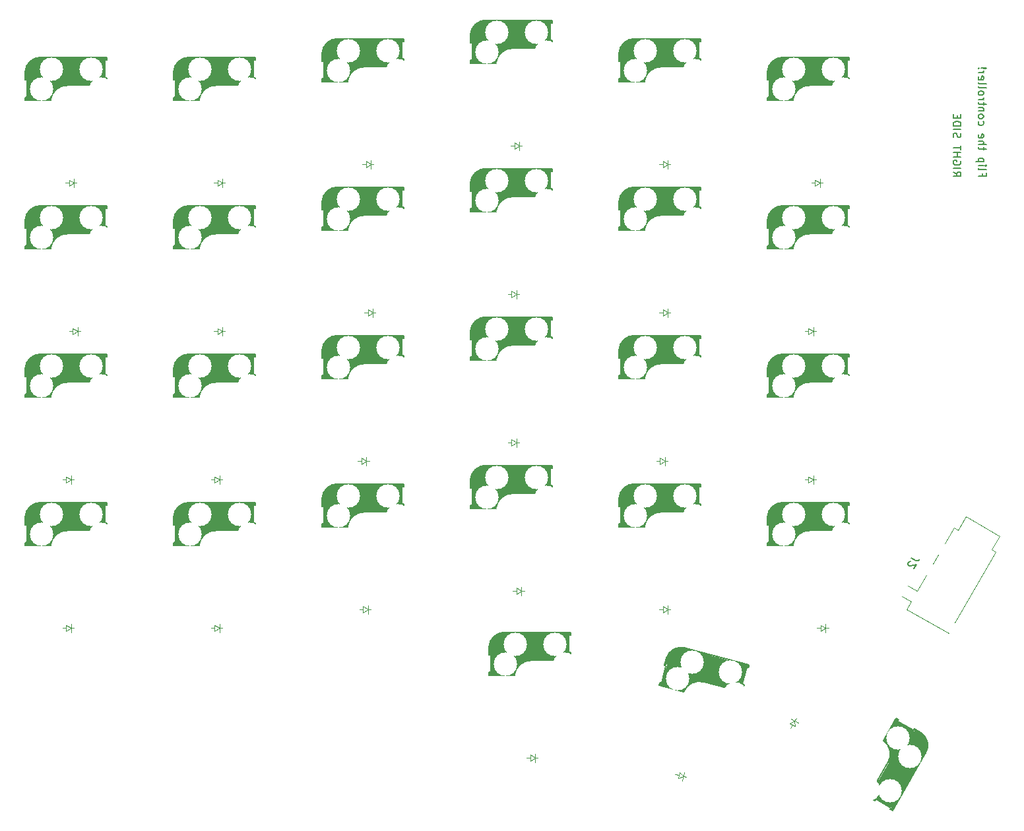
<source format=gbo>
G04 #@! TF.GenerationSoftware,KiCad,Pcbnew,8.0.4*
G04 #@! TF.CreationDate,2024-09-10T03:21:52+03:00*
G04 #@! TF.ProjectId,silakka54,73696c61-6b6b-4613-9534-2e6b69636164,rev?*
G04 #@! TF.SameCoordinates,Original*
G04 #@! TF.FileFunction,Legend,Bot*
G04 #@! TF.FilePolarity,Positive*
%FSLAX46Y46*%
G04 Gerber Fmt 4.6, Leading zero omitted, Abs format (unit mm)*
G04 Created by KiCad (PCBNEW 8.0.4) date 2024-09-10 03:21:52*
%MOMM*%
%LPD*%
G01*
G04 APERTURE LIST*
G04 Aperture macros list*
%AMHorizOval*
0 Thick line with rounded ends*
0 $1 width*
0 $2 $3 position (X,Y) of the first rounded end (center of the circle)*
0 $4 $5 position (X,Y) of the second rounded end (center of the circle)*
0 Add line between two ends*
20,1,$1,$2,$3,$4,$5,0*
0 Add two circle primitives to create the rounded ends*
1,1,$1,$2,$3*
1,1,$1,$4,$5*%
%AMRotRect*
0 Rectangle, with rotation*
0 The origin of the aperture is its center*
0 $1 length*
0 $2 width*
0 $3 Rotation angle, in degrees counterclockwise*
0 Add horizontal line*
21,1,$1,$2,0,0,$3*%
G04 Aperture macros list end*
%ADD10C,0.150000*%
%ADD11C,0.100000*%
%ADD12C,0.300000*%
%ADD13C,0.500000*%
%ADD14C,0.800000*%
%ADD15C,3.000000*%
%ADD16C,3.500000*%
%ADD17C,1.000000*%
%ADD18C,0.400000*%
%ADD19C,0.120000*%
%ADD20R,1.600000X1.600000*%
%ADD21O,1.600000X1.600000*%
%ADD22C,1.900000*%
%ADD23C,1.700000*%
%ADD24C,3.000000*%
%ADD25C,4.100000*%
%ADD26R,2.300000X2.000000*%
%ADD27RotRect,1.600000X1.600000X240.000000*%
%ADD28HorizOval,1.600000X0.000000X0.000000X0.000000X0.000000X0*%
%ADD29RotRect,2.300000X2.000000X165.000000*%
%ADD30RotRect,2.300000X2.000000X60.000000*%
%ADD31O,2.500000X1.500000*%
%ADD32O,1.500000X2.500000*%
%ADD33RotRect,1.600000X1.600000X165.000000*%
%ADD34HorizOval,1.600000X0.000000X0.000000X0.000000X0.000000X0*%
%ADD35C,1.500000*%
%ADD36RotRect,1.200000X2.500000X240.000000*%
G04 APERTURE END LIST*
D10*
X157173878Y-48829887D02*
X157173878Y-49163220D01*
X156650068Y-49163220D02*
X157650068Y-49163220D01*
X157650068Y-49163220D02*
X157650068Y-48687030D01*
X156650068Y-48163220D02*
X156697688Y-48258458D01*
X156697688Y-48258458D02*
X156792926Y-48306077D01*
X156792926Y-48306077D02*
X157650068Y-48306077D01*
X156650068Y-47782267D02*
X157316735Y-47782267D01*
X157650068Y-47782267D02*
X157602449Y-47829886D01*
X157602449Y-47829886D02*
X157554830Y-47782267D01*
X157554830Y-47782267D02*
X157602449Y-47734648D01*
X157602449Y-47734648D02*
X157650068Y-47782267D01*
X157650068Y-47782267D02*
X157554830Y-47782267D01*
X157316735Y-47306077D02*
X156316735Y-47306077D01*
X157269116Y-47306077D02*
X157316735Y-47210839D01*
X157316735Y-47210839D02*
X157316735Y-47020363D01*
X157316735Y-47020363D02*
X157269116Y-46925125D01*
X157269116Y-46925125D02*
X157221497Y-46877506D01*
X157221497Y-46877506D02*
X157126259Y-46829887D01*
X157126259Y-46829887D02*
X156840545Y-46829887D01*
X156840545Y-46829887D02*
X156745307Y-46877506D01*
X156745307Y-46877506D02*
X156697688Y-46925125D01*
X156697688Y-46925125D02*
X156650068Y-47020363D01*
X156650068Y-47020363D02*
X156650068Y-47210839D01*
X156650068Y-47210839D02*
X156697688Y-47306077D01*
X157316735Y-45782267D02*
X157316735Y-45401315D01*
X157650068Y-45639410D02*
X156792926Y-45639410D01*
X156792926Y-45639410D02*
X156697688Y-45591791D01*
X156697688Y-45591791D02*
X156650068Y-45496553D01*
X156650068Y-45496553D02*
X156650068Y-45401315D01*
X156650068Y-45067981D02*
X157650068Y-45067981D01*
X156650068Y-44639410D02*
X157173878Y-44639410D01*
X157173878Y-44639410D02*
X157269116Y-44687029D01*
X157269116Y-44687029D02*
X157316735Y-44782267D01*
X157316735Y-44782267D02*
X157316735Y-44925124D01*
X157316735Y-44925124D02*
X157269116Y-45020362D01*
X157269116Y-45020362D02*
X157221497Y-45067981D01*
X156697688Y-43782267D02*
X156650068Y-43877505D01*
X156650068Y-43877505D02*
X156650068Y-44067981D01*
X156650068Y-44067981D02*
X156697688Y-44163219D01*
X156697688Y-44163219D02*
X156792926Y-44210838D01*
X156792926Y-44210838D02*
X157173878Y-44210838D01*
X157173878Y-44210838D02*
X157269116Y-44163219D01*
X157269116Y-44163219D02*
X157316735Y-44067981D01*
X157316735Y-44067981D02*
X157316735Y-43877505D01*
X157316735Y-43877505D02*
X157269116Y-43782267D01*
X157269116Y-43782267D02*
X157173878Y-43734648D01*
X157173878Y-43734648D02*
X157078640Y-43734648D01*
X157078640Y-43734648D02*
X156983402Y-44210838D01*
X156697688Y-42115600D02*
X156650068Y-42210838D01*
X156650068Y-42210838D02*
X156650068Y-42401314D01*
X156650068Y-42401314D02*
X156697688Y-42496552D01*
X156697688Y-42496552D02*
X156745307Y-42544171D01*
X156745307Y-42544171D02*
X156840545Y-42591790D01*
X156840545Y-42591790D02*
X157126259Y-42591790D01*
X157126259Y-42591790D02*
X157221497Y-42544171D01*
X157221497Y-42544171D02*
X157269116Y-42496552D01*
X157269116Y-42496552D02*
X157316735Y-42401314D01*
X157316735Y-42401314D02*
X157316735Y-42210838D01*
X157316735Y-42210838D02*
X157269116Y-42115600D01*
X156650068Y-41544171D02*
X156697688Y-41639409D01*
X156697688Y-41639409D02*
X156745307Y-41687028D01*
X156745307Y-41687028D02*
X156840545Y-41734647D01*
X156840545Y-41734647D02*
X157126259Y-41734647D01*
X157126259Y-41734647D02*
X157221497Y-41687028D01*
X157221497Y-41687028D02*
X157269116Y-41639409D01*
X157269116Y-41639409D02*
X157316735Y-41544171D01*
X157316735Y-41544171D02*
X157316735Y-41401314D01*
X157316735Y-41401314D02*
X157269116Y-41306076D01*
X157269116Y-41306076D02*
X157221497Y-41258457D01*
X157221497Y-41258457D02*
X157126259Y-41210838D01*
X157126259Y-41210838D02*
X156840545Y-41210838D01*
X156840545Y-41210838D02*
X156745307Y-41258457D01*
X156745307Y-41258457D02*
X156697688Y-41306076D01*
X156697688Y-41306076D02*
X156650068Y-41401314D01*
X156650068Y-41401314D02*
X156650068Y-41544171D01*
X157316735Y-40782266D02*
X156650068Y-40782266D01*
X157221497Y-40782266D02*
X157269116Y-40734647D01*
X157269116Y-40734647D02*
X157316735Y-40639409D01*
X157316735Y-40639409D02*
X157316735Y-40496552D01*
X157316735Y-40496552D02*
X157269116Y-40401314D01*
X157269116Y-40401314D02*
X157173878Y-40353695D01*
X157173878Y-40353695D02*
X156650068Y-40353695D01*
X157316735Y-40020361D02*
X157316735Y-39639409D01*
X157650068Y-39877504D02*
X156792926Y-39877504D01*
X156792926Y-39877504D02*
X156697688Y-39829885D01*
X156697688Y-39829885D02*
X156650068Y-39734647D01*
X156650068Y-39734647D02*
X156650068Y-39639409D01*
X156650068Y-39306075D02*
X157316735Y-39306075D01*
X157126259Y-39306075D02*
X157221497Y-39258456D01*
X157221497Y-39258456D02*
X157269116Y-39210837D01*
X157269116Y-39210837D02*
X157316735Y-39115599D01*
X157316735Y-39115599D02*
X157316735Y-39020361D01*
X156650068Y-38544170D02*
X156697688Y-38639408D01*
X156697688Y-38639408D02*
X156745307Y-38687027D01*
X156745307Y-38687027D02*
X156840545Y-38734646D01*
X156840545Y-38734646D02*
X157126259Y-38734646D01*
X157126259Y-38734646D02*
X157221497Y-38687027D01*
X157221497Y-38687027D02*
X157269116Y-38639408D01*
X157269116Y-38639408D02*
X157316735Y-38544170D01*
X157316735Y-38544170D02*
X157316735Y-38401313D01*
X157316735Y-38401313D02*
X157269116Y-38306075D01*
X157269116Y-38306075D02*
X157221497Y-38258456D01*
X157221497Y-38258456D02*
X157126259Y-38210837D01*
X157126259Y-38210837D02*
X156840545Y-38210837D01*
X156840545Y-38210837D02*
X156745307Y-38258456D01*
X156745307Y-38258456D02*
X156697688Y-38306075D01*
X156697688Y-38306075D02*
X156650068Y-38401313D01*
X156650068Y-38401313D02*
X156650068Y-38544170D01*
X156650068Y-37639408D02*
X156697688Y-37734646D01*
X156697688Y-37734646D02*
X156792926Y-37782265D01*
X156792926Y-37782265D02*
X157650068Y-37782265D01*
X156650068Y-37115598D02*
X156697688Y-37210836D01*
X156697688Y-37210836D02*
X156792926Y-37258455D01*
X156792926Y-37258455D02*
X157650068Y-37258455D01*
X156697688Y-36353693D02*
X156650068Y-36448931D01*
X156650068Y-36448931D02*
X156650068Y-36639407D01*
X156650068Y-36639407D02*
X156697688Y-36734645D01*
X156697688Y-36734645D02*
X156792926Y-36782264D01*
X156792926Y-36782264D02*
X157173878Y-36782264D01*
X157173878Y-36782264D02*
X157269116Y-36734645D01*
X157269116Y-36734645D02*
X157316735Y-36639407D01*
X157316735Y-36639407D02*
X157316735Y-36448931D01*
X157316735Y-36448931D02*
X157269116Y-36353693D01*
X157269116Y-36353693D02*
X157173878Y-36306074D01*
X157173878Y-36306074D02*
X157078640Y-36306074D01*
X157078640Y-36306074D02*
X156983402Y-36782264D01*
X156650068Y-35877502D02*
X157316735Y-35877502D01*
X157126259Y-35877502D02*
X157221497Y-35829883D01*
X157221497Y-35829883D02*
X157269116Y-35782264D01*
X157269116Y-35782264D02*
X157316735Y-35687026D01*
X157316735Y-35687026D02*
X157316735Y-35591788D01*
X156745307Y-35258454D02*
X156697688Y-35210835D01*
X156697688Y-35210835D02*
X156650068Y-35258454D01*
X156650068Y-35258454D02*
X156697688Y-35306073D01*
X156697688Y-35306073D02*
X156745307Y-35258454D01*
X156745307Y-35258454D02*
X156650068Y-35258454D01*
X157031021Y-35258454D02*
X157602449Y-35306073D01*
X157602449Y-35306073D02*
X157650068Y-35258454D01*
X157650068Y-35258454D02*
X157602449Y-35210835D01*
X157602449Y-35210835D02*
X157031021Y-35258454D01*
X157031021Y-35258454D02*
X157650068Y-35258454D01*
X153430180Y-48591792D02*
X153906371Y-48925125D01*
X153430180Y-49163220D02*
X154430180Y-49163220D01*
X154430180Y-49163220D02*
X154430180Y-48782268D01*
X154430180Y-48782268D02*
X154382561Y-48687030D01*
X154382561Y-48687030D02*
X154334942Y-48639411D01*
X154334942Y-48639411D02*
X154239704Y-48591792D01*
X154239704Y-48591792D02*
X154096847Y-48591792D01*
X154096847Y-48591792D02*
X154001609Y-48639411D01*
X154001609Y-48639411D02*
X153953990Y-48687030D01*
X153953990Y-48687030D02*
X153906371Y-48782268D01*
X153906371Y-48782268D02*
X153906371Y-49163220D01*
X153430180Y-48163220D02*
X154430180Y-48163220D01*
X154382561Y-47163221D02*
X154430180Y-47258459D01*
X154430180Y-47258459D02*
X154430180Y-47401316D01*
X154430180Y-47401316D02*
X154382561Y-47544173D01*
X154382561Y-47544173D02*
X154287323Y-47639411D01*
X154287323Y-47639411D02*
X154192085Y-47687030D01*
X154192085Y-47687030D02*
X154001609Y-47734649D01*
X154001609Y-47734649D02*
X153858752Y-47734649D01*
X153858752Y-47734649D02*
X153668276Y-47687030D01*
X153668276Y-47687030D02*
X153573038Y-47639411D01*
X153573038Y-47639411D02*
X153477800Y-47544173D01*
X153477800Y-47544173D02*
X153430180Y-47401316D01*
X153430180Y-47401316D02*
X153430180Y-47306078D01*
X153430180Y-47306078D02*
X153477800Y-47163221D01*
X153477800Y-47163221D02*
X153525419Y-47115602D01*
X153525419Y-47115602D02*
X153858752Y-47115602D01*
X153858752Y-47115602D02*
X153858752Y-47306078D01*
X153430180Y-46687030D02*
X154430180Y-46687030D01*
X153953990Y-46687030D02*
X153953990Y-46115602D01*
X153430180Y-46115602D02*
X154430180Y-46115602D01*
X154430180Y-45782268D02*
X154430180Y-45210840D01*
X153430180Y-45496554D02*
X154430180Y-45496554D01*
X153477800Y-44163220D02*
X153430180Y-44020363D01*
X153430180Y-44020363D02*
X153430180Y-43782268D01*
X153430180Y-43782268D02*
X153477800Y-43687030D01*
X153477800Y-43687030D02*
X153525419Y-43639411D01*
X153525419Y-43639411D02*
X153620657Y-43591792D01*
X153620657Y-43591792D02*
X153715895Y-43591792D01*
X153715895Y-43591792D02*
X153811133Y-43639411D01*
X153811133Y-43639411D02*
X153858752Y-43687030D01*
X153858752Y-43687030D02*
X153906371Y-43782268D01*
X153906371Y-43782268D02*
X153953990Y-43972744D01*
X153953990Y-43972744D02*
X154001609Y-44067982D01*
X154001609Y-44067982D02*
X154049228Y-44115601D01*
X154049228Y-44115601D02*
X154144466Y-44163220D01*
X154144466Y-44163220D02*
X154239704Y-44163220D01*
X154239704Y-44163220D02*
X154334942Y-44115601D01*
X154334942Y-44115601D02*
X154382561Y-44067982D01*
X154382561Y-44067982D02*
X154430180Y-43972744D01*
X154430180Y-43972744D02*
X154430180Y-43734649D01*
X154430180Y-43734649D02*
X154382561Y-43591792D01*
X153430180Y-43163220D02*
X154430180Y-43163220D01*
X153430180Y-42687030D02*
X154430180Y-42687030D01*
X154430180Y-42687030D02*
X154430180Y-42448935D01*
X154430180Y-42448935D02*
X154382561Y-42306078D01*
X154382561Y-42306078D02*
X154287323Y-42210840D01*
X154287323Y-42210840D02*
X154192085Y-42163221D01*
X154192085Y-42163221D02*
X154001609Y-42115602D01*
X154001609Y-42115602D02*
X153858752Y-42115602D01*
X153858752Y-42115602D02*
X153668276Y-42163221D01*
X153668276Y-42163221D02*
X153573038Y-42210840D01*
X153573038Y-42210840D02*
X153477800Y-42306078D01*
X153477800Y-42306078D02*
X153430180Y-42448935D01*
X153430180Y-42448935D02*
X153430180Y-42687030D01*
X153953990Y-41687030D02*
X153953990Y-41353697D01*
X153430180Y-41210840D02*
X153430180Y-41687030D01*
X153430180Y-41687030D02*
X154430180Y-41687030D01*
X154430180Y-41687030D02*
X154430180Y-41210840D01*
X148048790Y-98142307D02*
X148667379Y-98499450D01*
X148667379Y-98499450D02*
X148814907Y-98529639D01*
X148814907Y-98529639D02*
X148945004Y-98494779D01*
X148945004Y-98494779D02*
X149057672Y-98394871D01*
X149057672Y-98394871D02*
X149105291Y-98312392D01*
X147916982Y-98561080D02*
X147851934Y-98578510D01*
X147851934Y-98578510D02*
X147763075Y-98637179D01*
X147763075Y-98637179D02*
X147644028Y-98843375D01*
X147644028Y-98843375D02*
X147637648Y-98949663D01*
X147637648Y-98949663D02*
X147655078Y-99014712D01*
X147655078Y-99014712D02*
X147713747Y-99103570D01*
X147713747Y-99103570D02*
X147796225Y-99151190D01*
X147796225Y-99151190D02*
X147943753Y-99181379D01*
X147943753Y-99181379D02*
X148724339Y-98972221D01*
X148724339Y-98972221D02*
X148414815Y-99508332D01*
D11*
G04 #@! TO.C,D18*
X134868750Y-87706250D02*
X135468750Y-88106250D01*
X134868750Y-88106250D02*
X134368750Y-88106250D01*
X134868750Y-88506250D02*
X134868750Y-87706250D01*
X135468750Y-88106250D02*
X134868750Y-88506250D01*
X135468750Y-88656250D02*
X135468750Y-87556250D01*
X135868750Y-88106250D02*
X135468750Y-88106250D01*
G04 #@! TO.C,D9*
X78318750Y-66275000D02*
X78918750Y-66675000D01*
X78318750Y-66675000D02*
X77818750Y-66675000D01*
X78318750Y-67075000D02*
X78318750Y-66275000D01*
X78918750Y-66675000D02*
X78318750Y-67075000D01*
X78918750Y-67225000D02*
X78918750Y-66125000D01*
X79318750Y-66675000D02*
X78918750Y-66675000D01*
G04 #@! TO.C,D5*
X116168749Y-47225001D02*
X116768749Y-47625001D01*
X116168749Y-47625001D02*
X115668749Y-47625001D01*
X116168749Y-48025001D02*
X116168749Y-47225001D01*
X116768749Y-47625001D02*
X116168749Y-48025001D01*
X116768749Y-48175001D02*
X116768749Y-47075001D01*
X117168749Y-47625001D02*
X116768749Y-47625001D01*
D10*
G04 #@! TO.C,S25*
X93850000Y-109600000D02*
X93850000Y-110600000D01*
X93850000Y-110600000D02*
X94050000Y-110600000D01*
X93850000Y-113200000D02*
X93850000Y-112840000D01*
X93850000Y-113200000D02*
X97130000Y-113200000D01*
D12*
X93950000Y-110499999D02*
X93950000Y-109600000D01*
D10*
X94050000Y-112840000D02*
X93850000Y-112840000D01*
D13*
X94050000Y-113000000D02*
X96750000Y-113000000D01*
D10*
X94080000Y-110600000D02*
X94080000Y-112840000D01*
D14*
X94450000Y-112700000D02*
X94450000Y-110900001D01*
D15*
X95580000Y-109200000D02*
X95580000Y-111440000D01*
D10*
X99350000Y-111300000D02*
X104350000Y-111300000D01*
D16*
X102350000Y-109500000D02*
X95650000Y-109500000D01*
D17*
X103650000Y-108300000D02*
X103650000Y-110800000D01*
D13*
X104050000Y-111000000D02*
X102650000Y-111000000D01*
D10*
X104130000Y-110300000D02*
X104130000Y-108050000D01*
D18*
X104150000Y-107900000D02*
X102750000Y-107900000D01*
D10*
X104150000Y-108050000D02*
X104350000Y-108050000D01*
D18*
X104150000Y-110400000D02*
X104150000Y-111100000D01*
D10*
X104350000Y-107700000D02*
X95949999Y-107700000D01*
X104350000Y-108050000D02*
X104350000Y-107700000D01*
X104350000Y-110300000D02*
X104150000Y-110300000D01*
X104350000Y-111300000D02*
X104350000Y-110300000D01*
X93850000Y-109600001D02*
G75*
G02*
X95949999Y-107699999I1999999J-99997D01*
G01*
D17*
X96733682Y-112778529D02*
G75*
G02*
X98950000Y-110900000I2151317J-291470D01*
G01*
D10*
X97133682Y-113178529D02*
G75*
G02*
X99350000Y-111300000I2151317J-291470D01*
G01*
D11*
G04 #@! TO.C,D27*
X132441090Y-119382115D02*
X133087500Y-119062500D01*
X132787500Y-119582115D02*
X132537500Y-120015128D01*
X133087500Y-119062500D02*
X133133910Y-119782115D01*
X133133910Y-119782115D02*
X132441090Y-119382115D01*
X133287500Y-118716090D02*
X133087500Y-119062500D01*
X133563814Y-119337500D02*
X132611186Y-118787500D01*
D10*
G04 #@! TO.C,S11*
X110518750Y-52450000D02*
X110518750Y-53450000D01*
X110518750Y-53450000D02*
X110718750Y-53450000D01*
X110518750Y-56050000D02*
X110518750Y-55690000D01*
X110518750Y-56050000D02*
X113798750Y-56050000D01*
D12*
X110618750Y-53349999D02*
X110618750Y-52450000D01*
D10*
X110718750Y-55690000D02*
X110518750Y-55690000D01*
D13*
X110718750Y-55850000D02*
X113418750Y-55850000D01*
D10*
X110748750Y-53450000D02*
X110748750Y-55690000D01*
D14*
X111118750Y-55550000D02*
X111118750Y-53750001D01*
D15*
X112248750Y-52050000D02*
X112248750Y-54290000D01*
D10*
X116018750Y-54150000D02*
X121018750Y-54150000D01*
D16*
X119018750Y-52350000D02*
X112318750Y-52350000D01*
D17*
X120318750Y-51150000D02*
X120318750Y-53650000D01*
D13*
X120718750Y-53850000D02*
X119318750Y-53850000D01*
D10*
X120798750Y-53150000D02*
X120798750Y-50900000D01*
D18*
X120818750Y-50750000D02*
X119418750Y-50750000D01*
D10*
X120818750Y-50900000D02*
X121018750Y-50900000D01*
D18*
X120818750Y-53250000D02*
X120818750Y-53950000D01*
D10*
X121018750Y-50550000D02*
X112618749Y-50550000D01*
X121018750Y-50900000D02*
X121018750Y-50550000D01*
X121018750Y-53150000D02*
X120818750Y-53150000D01*
X121018750Y-54150000D02*
X121018750Y-53150000D01*
X110518750Y-52450001D02*
G75*
G02*
X112618749Y-50549999I1999999J-99997D01*
G01*
D17*
X113402432Y-55628529D02*
G75*
G02*
X115618750Y-53750000I2151317J-291470D01*
G01*
D10*
X113802432Y-56028529D02*
G75*
G02*
X116018750Y-54150000I2151317J-291470D01*
G01*
G04 #@! TO.C,S5*
X110518750Y-33400000D02*
X110518750Y-34400000D01*
X110518750Y-34400000D02*
X110718750Y-34400000D01*
X110518750Y-37000000D02*
X110518750Y-36640000D01*
X110518750Y-37000000D02*
X113798750Y-37000000D01*
D12*
X110618750Y-34299999D02*
X110618750Y-33400000D01*
D10*
X110718750Y-36640000D02*
X110518750Y-36640000D01*
D13*
X110718750Y-36800000D02*
X113418750Y-36800000D01*
D10*
X110748750Y-34400000D02*
X110748750Y-36640000D01*
D14*
X111118750Y-36500000D02*
X111118750Y-34700001D01*
D15*
X112248750Y-33000000D02*
X112248750Y-35240000D01*
D10*
X116018750Y-35100000D02*
X121018750Y-35100000D01*
D16*
X119018750Y-33300000D02*
X112318750Y-33300000D01*
D17*
X120318750Y-32100000D02*
X120318750Y-34600000D01*
D13*
X120718750Y-34800000D02*
X119318750Y-34800000D01*
D10*
X120798750Y-34100000D02*
X120798750Y-31850000D01*
D18*
X120818750Y-31700000D02*
X119418750Y-31700000D01*
D10*
X120818750Y-31850000D02*
X121018750Y-31850000D01*
D18*
X120818750Y-34200000D02*
X120818750Y-34900000D01*
D10*
X121018750Y-31500000D02*
X112618749Y-31500000D01*
X121018750Y-31850000D02*
X121018750Y-31500000D01*
X121018750Y-34100000D02*
X120818750Y-34100000D01*
X121018750Y-35100000D02*
X121018750Y-34100000D01*
X110518750Y-33400001D02*
G75*
G02*
X112618749Y-31499999I1999999J-99997D01*
G01*
D17*
X113402432Y-36578529D02*
G75*
G02*
X115618750Y-34700000I2151317J-291470D01*
G01*
D10*
X113802432Y-36978529D02*
G75*
G02*
X116018750Y-35100000I2151317J-291470D01*
G01*
G04 #@! TO.C,S6*
X129568750Y-35781250D02*
X129568750Y-36781250D01*
X129568750Y-36781250D02*
X129768750Y-36781250D01*
X129568750Y-39381250D02*
X129568750Y-39021250D01*
X129568750Y-39381250D02*
X132848750Y-39381250D01*
D12*
X129668750Y-36681249D02*
X129668750Y-35781250D01*
D10*
X129768750Y-39021250D02*
X129568750Y-39021250D01*
D13*
X129768750Y-39181250D02*
X132468750Y-39181250D01*
D10*
X129798750Y-36781250D02*
X129798750Y-39021250D01*
D14*
X130168750Y-38881250D02*
X130168750Y-37081251D01*
D15*
X131298750Y-35381250D02*
X131298750Y-37621250D01*
D10*
X135068750Y-37481250D02*
X140068750Y-37481250D01*
D16*
X138068750Y-35681250D02*
X131368750Y-35681250D01*
D17*
X139368750Y-34481250D02*
X139368750Y-36981250D01*
D13*
X139768750Y-37181250D02*
X138368750Y-37181250D01*
D10*
X139848750Y-36481250D02*
X139848750Y-34231250D01*
D18*
X139868750Y-34081250D02*
X138468750Y-34081250D01*
D10*
X139868750Y-34231250D02*
X140068750Y-34231250D01*
D18*
X139868750Y-36581250D02*
X139868750Y-37281250D01*
D10*
X140068750Y-33881250D02*
X131668749Y-33881250D01*
X140068750Y-34231250D02*
X140068750Y-33881250D01*
X140068750Y-36481250D02*
X139868750Y-36481250D01*
X140068750Y-37481250D02*
X140068750Y-36481250D01*
X129568750Y-35781251D02*
G75*
G02*
X131668749Y-33881249I1999999J-99997D01*
G01*
D17*
X132452432Y-38959779D02*
G75*
G02*
X134668750Y-37081250I2151317J-291470D01*
G01*
D10*
X132852432Y-39359779D02*
G75*
G02*
X135068750Y-37481250I2151317J-291470D01*
G01*
G04 #@! TO.C,S10*
X91468750Y-50068750D02*
X91468750Y-51068750D01*
X91468750Y-51068750D02*
X91668750Y-51068750D01*
X91468750Y-53668750D02*
X91468750Y-53308750D01*
X91468750Y-53668750D02*
X94748750Y-53668750D01*
D12*
X91568750Y-50968749D02*
X91568750Y-50068750D01*
D10*
X91668750Y-53308750D02*
X91468750Y-53308750D01*
D13*
X91668750Y-53468750D02*
X94368750Y-53468750D01*
D10*
X91698750Y-51068750D02*
X91698750Y-53308750D01*
D14*
X92068750Y-53168750D02*
X92068750Y-51368751D01*
D15*
X93198750Y-49668750D02*
X93198750Y-51908750D01*
D10*
X96968750Y-51768750D02*
X101968750Y-51768750D01*
D16*
X99968750Y-49968750D02*
X93268750Y-49968750D01*
D17*
X101268750Y-48768750D02*
X101268750Y-51268750D01*
D13*
X101668750Y-51468750D02*
X100268750Y-51468750D01*
D10*
X101748750Y-50768750D02*
X101748750Y-48518750D01*
D18*
X101768750Y-48368750D02*
X100368750Y-48368750D01*
D10*
X101768750Y-48518750D02*
X101968750Y-48518750D01*
D18*
X101768750Y-50868750D02*
X101768750Y-51568750D01*
D10*
X101968750Y-48168750D02*
X93568749Y-48168750D01*
X101968750Y-48518750D02*
X101968750Y-48168750D01*
X101968750Y-50768750D02*
X101768750Y-50768750D01*
X101968750Y-51768750D02*
X101968750Y-50768750D01*
X91468750Y-50068751D02*
G75*
G02*
X93568749Y-48168749I1999999J-99997D01*
G01*
D17*
X94352432Y-53247279D02*
G75*
G02*
X96568750Y-51368750I2151317J-291470D01*
G01*
D10*
X94752432Y-53647279D02*
G75*
G02*
X96968750Y-51768750I2151317J-291470D01*
G01*
D11*
G04 #@! TO.C,D25*
X99150002Y-123425001D02*
X99750002Y-123825001D01*
X99150002Y-123825001D02*
X98650002Y-123825001D01*
X99150002Y-124225001D02*
X99150002Y-123425001D01*
X99750002Y-123825001D02*
X99150002Y-124225001D01*
X99750002Y-124375001D02*
X99750002Y-123275001D01*
X100150002Y-123825001D02*
X99750002Y-123825001D01*
D10*
G04 #@! TO.C,S23*
X110518750Y-90550000D02*
X110518750Y-91550000D01*
X110518750Y-91550000D02*
X110718750Y-91550000D01*
X110518750Y-94150000D02*
X110518750Y-93790000D01*
X110518750Y-94150000D02*
X113798750Y-94150000D01*
D12*
X110618750Y-91449999D02*
X110618750Y-90550000D01*
D10*
X110718750Y-93790000D02*
X110518750Y-93790000D01*
D13*
X110718750Y-93950000D02*
X113418750Y-93950000D01*
D10*
X110748750Y-91550000D02*
X110748750Y-93790000D01*
D14*
X111118750Y-93650000D02*
X111118750Y-91850001D01*
D15*
X112248750Y-90150000D02*
X112248750Y-92390000D01*
D10*
X116018750Y-92250000D02*
X121018750Y-92250000D01*
D16*
X119018750Y-90450000D02*
X112318750Y-90450000D01*
D17*
X120318750Y-89250000D02*
X120318750Y-91750000D01*
D13*
X120718750Y-91950000D02*
X119318750Y-91950000D01*
D10*
X120798750Y-91250000D02*
X120798750Y-89000000D01*
D18*
X120818750Y-88850000D02*
X119418750Y-88850000D01*
D10*
X120818750Y-89000000D02*
X121018750Y-89000000D01*
D18*
X120818750Y-91350000D02*
X120818750Y-92050000D01*
D10*
X121018750Y-88650000D02*
X112618749Y-88650000D01*
X121018750Y-89000000D02*
X121018750Y-88650000D01*
X121018750Y-91250000D02*
X120818750Y-91250000D01*
X121018750Y-92250000D02*
X121018750Y-91250000D01*
X110518750Y-90550001D02*
G75*
G02*
X112618749Y-88649999I1999999J-99997D01*
G01*
D17*
X113402432Y-93728529D02*
G75*
G02*
X115618750Y-91850000I2151317J-291470D01*
G01*
D10*
X113802432Y-94128529D02*
G75*
G02*
X116018750Y-92250000I2151317J-291470D01*
G01*
D11*
G04 #@! TO.C,D16*
X96768750Y-82943750D02*
X97368750Y-83343750D01*
X96768750Y-83343750D02*
X96268750Y-83343750D01*
X96768750Y-83743750D02*
X96768750Y-82943750D01*
X97368750Y-83343750D02*
X96768750Y-83743750D01*
X97368750Y-83893750D02*
X97368750Y-82793750D01*
X97768750Y-83343750D02*
X97368750Y-83343750D01*
G04 #@! TO.C,D21*
X77718752Y-104375001D02*
X78318752Y-104775001D01*
X77718752Y-104775001D02*
X77218752Y-104775001D01*
X77718752Y-105175001D02*
X77718752Y-104375001D01*
X78318752Y-104775001D02*
X77718752Y-105175001D01*
X78318752Y-105325001D02*
X78318752Y-104225001D01*
X78718752Y-104775001D02*
X78318752Y-104775001D01*
G04 #@! TO.C,D14*
X58668750Y-87706250D02*
X59268750Y-88106250D01*
X58668750Y-88106250D02*
X58168750Y-88106250D01*
X58668750Y-88506250D02*
X58668750Y-87706250D01*
X59268750Y-88106250D02*
X58668750Y-88506250D01*
X59268750Y-88656250D02*
X59268750Y-87556250D01*
X59668750Y-88106250D02*
X59268750Y-88106250D01*
D10*
G04 #@! TO.C,S3*
X72418750Y-33400000D02*
X72418750Y-34400000D01*
X72418750Y-34400000D02*
X72618750Y-34400000D01*
X72418750Y-37000000D02*
X72418750Y-36640000D01*
X72418750Y-37000000D02*
X75698750Y-37000000D01*
D12*
X72518750Y-34299999D02*
X72518750Y-33400000D01*
D10*
X72618750Y-36640000D02*
X72418750Y-36640000D01*
D13*
X72618750Y-36800000D02*
X75318750Y-36800000D01*
D10*
X72648750Y-34400000D02*
X72648750Y-36640000D01*
D14*
X73018750Y-36500000D02*
X73018750Y-34700001D01*
D15*
X74148750Y-33000000D02*
X74148750Y-35240000D01*
D10*
X77918750Y-35100000D02*
X82918750Y-35100000D01*
D16*
X80918750Y-33300000D02*
X74218750Y-33300000D01*
D17*
X82218750Y-32100000D02*
X82218750Y-34600000D01*
D13*
X82618750Y-34800000D02*
X81218750Y-34800000D01*
D10*
X82698750Y-34100000D02*
X82698750Y-31850000D01*
D18*
X82718750Y-31700000D02*
X81318750Y-31700000D01*
D10*
X82718750Y-31850000D02*
X82918750Y-31850000D01*
D18*
X82718750Y-34200000D02*
X82718750Y-34900000D01*
D10*
X82918750Y-31500000D02*
X74518749Y-31500000D01*
X82918750Y-31850000D02*
X82918750Y-31500000D01*
X82918750Y-34100000D02*
X82718750Y-34100000D01*
X82918750Y-35100000D02*
X82918750Y-34100000D01*
X72418750Y-33400001D02*
G75*
G02*
X74518749Y-31499999I1999999J-99997D01*
G01*
D17*
X75302432Y-36578529D02*
G75*
G02*
X77518750Y-34700000I2151317J-291470D01*
G01*
D10*
X75702432Y-36978529D02*
G75*
G02*
X77918750Y-35100000I2151317J-291470D01*
G01*
G04 #@! TO.C,S26*
X115684489Y-114491699D02*
X115777663Y-114143966D01*
X115684489Y-114491699D02*
X118852725Y-115340626D01*
D13*
X115929438Y-114350278D02*
X118537437Y-115049089D01*
D10*
X115970849Y-114195730D02*
X115777663Y-114143966D01*
X116357418Y-111980292D02*
X116550603Y-112032056D01*
D14*
X116393454Y-114164028D02*
X116859328Y-112425362D01*
D12*
X116479893Y-111909580D02*
X116712830Y-111040248D01*
D10*
X116579581Y-112039820D02*
X115999826Y-114203494D01*
X116616237Y-111014366D02*
X116357418Y-111980292D01*
D15*
X118390816Y-111075753D02*
X117811062Y-113239427D01*
D10*
X121488837Y-114079945D02*
X126318466Y-115374040D01*
D16*
X124852490Y-113117736D02*
X118380786Y-111383648D01*
D13*
X126106334Y-115006617D02*
X124754038Y-114644270D01*
D10*
X126318466Y-115374040D02*
X126577285Y-114408114D01*
D18*
X126358218Y-114452943D02*
X126177045Y-115129091D01*
D10*
X126364781Y-114351174D02*
X126947124Y-112177841D01*
D17*
X126418775Y-112295089D02*
X125771727Y-114709904D01*
D10*
X126577285Y-114408114D02*
X126384100Y-114356350D01*
X126966443Y-112183017D02*
X127159628Y-112234781D01*
D18*
X127005266Y-112038129D02*
X125652969Y-111675782D01*
D10*
X127159628Y-112234781D02*
X127250214Y-111896707D01*
X127250214Y-111896707D02*
X119136437Y-109722627D01*
X116616237Y-111014367D02*
G75*
G02*
X119136437Y-109722627I1905970J-614230D01*
G01*
D17*
X118578996Y-114830941D02*
G75*
G02*
X121205994Y-113590047I2002575J-838341D01*
G01*
D10*
X118861839Y-115320839D02*
G75*
G02*
X121488837Y-114079945I2002571J-838333D01*
G01*
G04 #@! TO.C,S17*
X110518750Y-71500000D02*
X110518750Y-72500000D01*
X110518750Y-72500000D02*
X110718750Y-72500000D01*
X110518750Y-75100000D02*
X110518750Y-74740000D01*
X110518750Y-75100000D02*
X113798750Y-75100000D01*
D12*
X110618750Y-72399999D02*
X110618750Y-71500000D01*
D10*
X110718750Y-74740000D02*
X110518750Y-74740000D01*
D13*
X110718750Y-74900000D02*
X113418750Y-74900000D01*
D10*
X110748750Y-72500000D02*
X110748750Y-74740000D01*
D14*
X111118750Y-74600000D02*
X111118750Y-72800001D01*
D15*
X112248750Y-71100000D02*
X112248750Y-73340000D01*
D10*
X116018750Y-73200000D02*
X121018750Y-73200000D01*
D16*
X119018750Y-71400000D02*
X112318750Y-71400000D01*
D17*
X120318750Y-70200000D02*
X120318750Y-72700000D01*
D13*
X120718750Y-72900000D02*
X119318750Y-72900000D01*
D10*
X120798750Y-72200000D02*
X120798750Y-69950000D01*
D18*
X120818750Y-69800000D02*
X119418750Y-69800000D01*
D10*
X120818750Y-69950000D02*
X121018750Y-69950000D01*
D18*
X120818750Y-72300000D02*
X120818750Y-73000000D01*
D10*
X121018750Y-69600000D02*
X112618749Y-69600000D01*
X121018750Y-69950000D02*
X121018750Y-69600000D01*
X121018750Y-72200000D02*
X120818750Y-72200000D01*
X121018750Y-73200000D02*
X121018750Y-72200000D01*
X110518750Y-71500001D02*
G75*
G02*
X112618749Y-69599999I1999999J-99997D01*
G01*
D17*
X113402432Y-74678529D02*
G75*
G02*
X115618750Y-72800000I2151317J-291470D01*
G01*
D10*
X113802432Y-75078529D02*
G75*
G02*
X116018750Y-73200000I2151317J-291470D01*
G01*
G04 #@! TO.C,S8*
X53368750Y-54831250D02*
X53368750Y-55831250D01*
X53368750Y-55831250D02*
X53568750Y-55831250D01*
X53368750Y-58431250D02*
X53368750Y-58071250D01*
X53368750Y-58431250D02*
X56648750Y-58431250D01*
D12*
X53468750Y-55731249D02*
X53468750Y-54831250D01*
D10*
X53568750Y-58071250D02*
X53368750Y-58071250D01*
D13*
X53568750Y-58231250D02*
X56268750Y-58231250D01*
D10*
X53598750Y-55831250D02*
X53598750Y-58071250D01*
D14*
X53968750Y-57931250D02*
X53968750Y-56131251D01*
D15*
X55098750Y-54431250D02*
X55098750Y-56671250D01*
D10*
X58868750Y-56531250D02*
X63868750Y-56531250D01*
D16*
X61868750Y-54731250D02*
X55168750Y-54731250D01*
D17*
X63168750Y-53531250D02*
X63168750Y-56031250D01*
D13*
X63568750Y-56231250D02*
X62168750Y-56231250D01*
D10*
X63648750Y-55531250D02*
X63648750Y-53281250D01*
D18*
X63668750Y-53131250D02*
X62268750Y-53131250D01*
D10*
X63668750Y-53281250D02*
X63868750Y-53281250D01*
D18*
X63668750Y-55631250D02*
X63668750Y-56331250D01*
D10*
X63868750Y-52931250D02*
X55468749Y-52931250D01*
X63868750Y-53281250D02*
X63868750Y-52931250D01*
X63868750Y-55531250D02*
X63668750Y-55531250D01*
X63868750Y-56531250D02*
X63868750Y-55531250D01*
X53368750Y-54831251D02*
G75*
G02*
X55468749Y-52931249I1999999J-99997D01*
G01*
D17*
X56252432Y-58009779D02*
G75*
G02*
X58468750Y-56131250I2151317J-291470D01*
G01*
D10*
X56652432Y-58409779D02*
G75*
G02*
X58868750Y-56531250I2151317J-291470D01*
G01*
D11*
G04 #@! TO.C,D3*
X78068749Y-47225000D02*
X78668749Y-47625000D01*
X78068749Y-47625000D02*
X77568749Y-47625000D01*
X78068749Y-48025000D02*
X78068749Y-47225000D01*
X78668749Y-47625000D02*
X78068749Y-48025000D01*
X78668749Y-48175000D02*
X78668749Y-47075000D01*
X79068749Y-47625000D02*
X78668749Y-47625000D01*
G04 #@! TO.C,D1*
X39968749Y-49606251D02*
X40568749Y-50006251D01*
X39968749Y-50006251D02*
X39468749Y-50006251D01*
X39968749Y-50406251D02*
X39968749Y-49606251D01*
X40568749Y-50006251D02*
X39968749Y-50406251D01*
X40568749Y-50556251D02*
X40568749Y-49456251D01*
X40968749Y-50006251D02*
X40568749Y-50006251D01*
G04 #@! TO.C,D7*
X40468750Y-68656250D02*
X41068750Y-69056250D01*
X40468750Y-69056250D02*
X39968750Y-69056250D01*
X40468750Y-69456250D02*
X40468750Y-68656250D01*
X41068750Y-69056250D02*
X40468750Y-69456250D01*
X41068750Y-69606250D02*
X41068750Y-68506250D01*
X41468750Y-69056250D02*
X41068750Y-69056250D01*
D10*
G04 #@! TO.C,S13*
X34318750Y-73881250D02*
X34318750Y-74881250D01*
X34318750Y-74881250D02*
X34518750Y-74881250D01*
X34318750Y-77481250D02*
X34318750Y-77121250D01*
X34318750Y-77481250D02*
X37598750Y-77481250D01*
D12*
X34418750Y-74781249D02*
X34418750Y-73881250D01*
D10*
X34518750Y-77121250D02*
X34318750Y-77121250D01*
D13*
X34518750Y-77281250D02*
X37218750Y-77281250D01*
D10*
X34548750Y-74881250D02*
X34548750Y-77121250D01*
D14*
X34918750Y-76981250D02*
X34918750Y-75181251D01*
D15*
X36048750Y-73481250D02*
X36048750Y-75721250D01*
D10*
X39818750Y-75581250D02*
X44818750Y-75581250D01*
D16*
X42818750Y-73781250D02*
X36118750Y-73781250D01*
D17*
X44118750Y-72581250D02*
X44118750Y-75081250D01*
D13*
X44518750Y-75281250D02*
X43118750Y-75281250D01*
D10*
X44598750Y-74581250D02*
X44598750Y-72331250D01*
D18*
X44618750Y-72181250D02*
X43218750Y-72181250D01*
D10*
X44618750Y-72331250D02*
X44818750Y-72331250D01*
D18*
X44618750Y-74681250D02*
X44618750Y-75381250D01*
D10*
X44818750Y-71981250D02*
X36418749Y-71981250D01*
X44818750Y-72331250D02*
X44818750Y-71981250D01*
X44818750Y-74581250D02*
X44618750Y-74581250D01*
X44818750Y-75581250D02*
X44818750Y-74581250D01*
X34318750Y-73881251D02*
G75*
G02*
X36418749Y-71981249I1999999J-99997D01*
G01*
D17*
X37202432Y-77059779D02*
G75*
G02*
X39418750Y-75181250I2151317J-291470D01*
G01*
D10*
X37602432Y-77459779D02*
G75*
G02*
X39818750Y-75581250I2151317J-291470D01*
G01*
G04 #@! TO.C,S16*
X91468750Y-69118750D02*
X91468750Y-70118750D01*
X91468750Y-70118750D02*
X91668750Y-70118750D01*
X91468750Y-72718750D02*
X91468750Y-72358750D01*
X91468750Y-72718750D02*
X94748750Y-72718750D01*
D12*
X91568750Y-70018749D02*
X91568750Y-69118750D01*
D10*
X91668750Y-72358750D02*
X91468750Y-72358750D01*
D13*
X91668750Y-72518750D02*
X94368750Y-72518750D01*
D10*
X91698750Y-70118750D02*
X91698750Y-72358750D01*
D14*
X92068750Y-72218750D02*
X92068750Y-70418751D01*
D15*
X93198750Y-68718750D02*
X93198750Y-70958750D01*
D10*
X96968750Y-70818750D02*
X101968750Y-70818750D01*
D16*
X99968750Y-69018750D02*
X93268750Y-69018750D01*
D17*
X101268750Y-67818750D02*
X101268750Y-70318750D01*
D13*
X101668750Y-70518750D02*
X100268750Y-70518750D01*
D10*
X101748750Y-69818750D02*
X101748750Y-67568750D01*
D18*
X101768750Y-67418750D02*
X100368750Y-67418750D01*
D10*
X101768750Y-67568750D02*
X101968750Y-67568750D01*
D18*
X101768750Y-69918750D02*
X101768750Y-70618750D01*
D10*
X101968750Y-67218750D02*
X93568749Y-67218750D01*
X101968750Y-67568750D02*
X101968750Y-67218750D01*
X101968750Y-69818750D02*
X101768750Y-69818750D01*
X101968750Y-70818750D02*
X101968750Y-69818750D01*
X91468750Y-69118751D02*
G75*
G02*
X93568749Y-67218749I1999999J-99997D01*
G01*
D17*
X94352432Y-72297279D02*
G75*
G02*
X96568750Y-70418750I2151317J-291470D01*
G01*
D10*
X94752432Y-72697279D02*
G75*
G02*
X96968750Y-70818750I2151317J-291470D01*
G01*
G04 #@! TO.C,S27*
X142526826Y-128794967D02*
X143392852Y-129294967D01*
D13*
X142936634Y-128685159D02*
X143636634Y-127472724D01*
D10*
X143392852Y-129294967D02*
X143492852Y-129121762D01*
D18*
X143406249Y-129071762D02*
X142800031Y-128721762D01*
D10*
X143502852Y-129104441D02*
X145451409Y-130229441D01*
X145026826Y-124464840D02*
X142526826Y-128794967D01*
D16*
X145085672Y-127962916D02*
X148435672Y-122160546D01*
D10*
X145341409Y-130419967D02*
X145644518Y-130594967D01*
X145441409Y-130246762D02*
X145341409Y-130419967D01*
D17*
X145474902Y-129688749D02*
X143309839Y-128438749D01*
D18*
X145571313Y-130321762D02*
X146271313Y-129109326D01*
D10*
X145644518Y-130594967D02*
X149844518Y-123320353D01*
X146131378Y-118751700D02*
X144491378Y-121592263D01*
X146131378Y-118751700D02*
X146443147Y-118931700D01*
D13*
X146204583Y-119024905D02*
X144854583Y-121363174D01*
D14*
X146264391Y-119521315D02*
X147823236Y-120421315D01*
D10*
X146343147Y-119104905D02*
X146443147Y-118931700D01*
X148268044Y-120250886D02*
X146328147Y-119130886D01*
X148383044Y-120051700D02*
X148283044Y-120224905D01*
D12*
X148419647Y-120188303D02*
X149199069Y-120638303D01*
D15*
X148730480Y-122249924D02*
X146790583Y-121129924D01*
D10*
X149249069Y-120551700D02*
X148383044Y-120051700D01*
X144508131Y-121606188D02*
G75*
G02*
X145026826Y-124464840I-1328081J-1717361D01*
G01*
D17*
X145054542Y-121459777D02*
G75*
G02*
X145573236Y-124318430I-1328084J-1717361D01*
G01*
D10*
X149249069Y-120551700D02*
G75*
G02*
X149844518Y-123320353I-1086598J-1682050D01*
G01*
G04 #@! TO.C,S14*
X53368750Y-73881250D02*
X53368750Y-74881250D01*
X53368750Y-74881250D02*
X53568750Y-74881250D01*
X53368750Y-77481250D02*
X53368750Y-77121250D01*
X53368750Y-77481250D02*
X56648750Y-77481250D01*
D12*
X53468750Y-74781249D02*
X53468750Y-73881250D01*
D10*
X53568750Y-77121250D02*
X53368750Y-77121250D01*
D13*
X53568750Y-77281250D02*
X56268750Y-77281250D01*
D10*
X53598750Y-74881250D02*
X53598750Y-77121250D01*
D14*
X53968750Y-76981250D02*
X53968750Y-75181251D01*
D15*
X55098750Y-73481250D02*
X55098750Y-75721250D01*
D10*
X58868750Y-75581250D02*
X63868750Y-75581250D01*
D16*
X61868750Y-73781250D02*
X55168750Y-73781250D01*
D17*
X63168750Y-72581250D02*
X63168750Y-75081250D01*
D13*
X63568750Y-75281250D02*
X62168750Y-75281250D01*
D10*
X63648750Y-74581250D02*
X63648750Y-72331250D01*
D18*
X63668750Y-72181250D02*
X62268750Y-72181250D01*
D10*
X63668750Y-72331250D02*
X63868750Y-72331250D01*
D18*
X63668750Y-74681250D02*
X63668750Y-75381250D01*
D10*
X63868750Y-71981250D02*
X55468749Y-71981250D01*
X63868750Y-72331250D02*
X63868750Y-71981250D01*
X63868750Y-74581250D02*
X63668750Y-74581250D01*
X63868750Y-75581250D02*
X63868750Y-74581250D01*
X53368750Y-73881251D02*
G75*
G02*
X55468749Y-71981249I1999999J-99997D01*
G01*
D17*
X56252432Y-77059779D02*
G75*
G02*
X58468750Y-75181250I2151317J-291470D01*
G01*
D10*
X56652432Y-77459779D02*
G75*
G02*
X58868750Y-75581250I2151317J-291470D01*
G01*
G04 #@! TO.C,S7*
X34318750Y-54831250D02*
X34318750Y-55831250D01*
X34318750Y-55831250D02*
X34518750Y-55831250D01*
X34318750Y-58431250D02*
X34318750Y-58071250D01*
X34318750Y-58431250D02*
X37598750Y-58431250D01*
D12*
X34418750Y-55731249D02*
X34418750Y-54831250D01*
D10*
X34518750Y-58071250D02*
X34318750Y-58071250D01*
D13*
X34518750Y-58231250D02*
X37218750Y-58231250D01*
D10*
X34548750Y-55831250D02*
X34548750Y-58071250D01*
D14*
X34918750Y-57931250D02*
X34918750Y-56131251D01*
D15*
X36048750Y-54431250D02*
X36048750Y-56671250D01*
D10*
X39818750Y-56531250D02*
X44818750Y-56531250D01*
D16*
X42818750Y-54731250D02*
X36118750Y-54731250D01*
D17*
X44118750Y-53531250D02*
X44118750Y-56031250D01*
D13*
X44518750Y-56231250D02*
X43118750Y-56231250D01*
D10*
X44598750Y-55531250D02*
X44598750Y-53281250D01*
D18*
X44618750Y-53131250D02*
X43218750Y-53131250D01*
D10*
X44618750Y-53281250D02*
X44818750Y-53281250D01*
D18*
X44618750Y-55631250D02*
X44618750Y-56331250D01*
D10*
X44818750Y-52931250D02*
X36418749Y-52931250D01*
X44818750Y-53281250D02*
X44818750Y-52931250D01*
X44818750Y-55531250D02*
X44618750Y-55531250D01*
X44818750Y-56531250D02*
X44818750Y-55531250D01*
X34318750Y-54831251D02*
G75*
G02*
X36418749Y-52931249I1999999J-99997D01*
G01*
D17*
X37202432Y-58009779D02*
G75*
G02*
X39418750Y-56131250I2151317J-291470D01*
G01*
D10*
X37602432Y-58409779D02*
G75*
G02*
X39818750Y-56531250I2151317J-291470D01*
G01*
G04 #@! TO.C,S22*
X91468750Y-88168750D02*
X91468750Y-89168750D01*
X91468750Y-89168750D02*
X91668750Y-89168750D01*
X91468750Y-91768750D02*
X91468750Y-91408750D01*
X91468750Y-91768750D02*
X94748750Y-91768750D01*
D12*
X91568750Y-89068749D02*
X91568750Y-88168750D01*
D10*
X91668750Y-91408750D02*
X91468750Y-91408750D01*
D13*
X91668750Y-91568750D02*
X94368750Y-91568750D01*
D10*
X91698750Y-89168750D02*
X91698750Y-91408750D01*
D14*
X92068750Y-91268750D02*
X92068750Y-89468751D01*
D15*
X93198750Y-87768750D02*
X93198750Y-90008750D01*
D10*
X96968750Y-89868750D02*
X101968750Y-89868750D01*
D16*
X99968750Y-88068750D02*
X93268750Y-88068750D01*
D17*
X101268750Y-86868750D02*
X101268750Y-89368750D01*
D13*
X101668750Y-89568750D02*
X100268750Y-89568750D01*
D10*
X101748750Y-88868750D02*
X101748750Y-86618750D01*
D18*
X101768750Y-86468750D02*
X100368750Y-86468750D01*
D10*
X101768750Y-86618750D02*
X101968750Y-86618750D01*
D18*
X101768750Y-88968750D02*
X101768750Y-89668750D01*
D10*
X101968750Y-86268750D02*
X93568749Y-86268750D01*
X101968750Y-86618750D02*
X101968750Y-86268750D01*
X101968750Y-88868750D02*
X101768750Y-88868750D01*
X101968750Y-89868750D02*
X101968750Y-88868750D01*
X91468750Y-88168751D02*
G75*
G02*
X93568749Y-86268749I1999999J-99997D01*
G01*
D17*
X94352432Y-91347279D02*
G75*
G02*
X96568750Y-89468750I2151317J-291470D01*
G01*
D10*
X94752432Y-91747279D02*
G75*
G02*
X96968750Y-89868750I2151317J-291470D01*
G01*
G04 #@! TO.C,S19*
X34318750Y-92931250D02*
X34318750Y-93931250D01*
X34318750Y-93931250D02*
X34518750Y-93931250D01*
X34318750Y-96531250D02*
X34318750Y-96171250D01*
X34318750Y-96531250D02*
X37598750Y-96531250D01*
D12*
X34418750Y-93831249D02*
X34418750Y-92931250D01*
D10*
X34518750Y-96171250D02*
X34318750Y-96171250D01*
D13*
X34518750Y-96331250D02*
X37218750Y-96331250D01*
D10*
X34548750Y-93931250D02*
X34548750Y-96171250D01*
D14*
X34918750Y-96031250D02*
X34918750Y-94231251D01*
D15*
X36048750Y-92531250D02*
X36048750Y-94771250D01*
D10*
X39818750Y-94631250D02*
X44818750Y-94631250D01*
D16*
X42818750Y-92831250D02*
X36118750Y-92831250D01*
D17*
X44118750Y-91631250D02*
X44118750Y-94131250D01*
D13*
X44518750Y-94331250D02*
X43118750Y-94331250D01*
D10*
X44598750Y-93631250D02*
X44598750Y-91381250D01*
D18*
X44618750Y-91231250D02*
X43218750Y-91231250D01*
D10*
X44618750Y-91381250D02*
X44818750Y-91381250D01*
D18*
X44618750Y-93731250D02*
X44618750Y-94431250D01*
D10*
X44818750Y-91031250D02*
X36418749Y-91031250D01*
X44818750Y-91381250D02*
X44818750Y-91031250D01*
X44818750Y-93631250D02*
X44618750Y-93631250D01*
X44818750Y-94631250D02*
X44818750Y-93631250D01*
X34318750Y-92931251D02*
G75*
G02*
X36418749Y-91031249I1999999J-99997D01*
G01*
D17*
X37202432Y-96109779D02*
G75*
G02*
X39418750Y-94231250I2151317J-291470D01*
G01*
D10*
X37602432Y-96509779D02*
G75*
G02*
X39818750Y-94631250I2151317J-291470D01*
G01*
D11*
G04 #@! TO.C,D17*
X115818752Y-85325001D02*
X116418752Y-85725001D01*
X115818752Y-85725001D02*
X115318752Y-85725001D01*
X115818752Y-86125001D02*
X115818752Y-85325001D01*
X116418752Y-85725001D02*
X115818752Y-86125001D01*
X116418752Y-86275001D02*
X116418752Y-85175001D01*
X116818752Y-85725001D02*
X116418752Y-85725001D01*
G04 #@! TO.C,D2*
X59018749Y-49606250D02*
X59618749Y-50006250D01*
X59018749Y-50006250D02*
X58518749Y-50006250D01*
X59018749Y-50406250D02*
X59018749Y-49606250D01*
X59618749Y-50006250D02*
X59018749Y-50406250D01*
X59618749Y-50556250D02*
X59618749Y-49456250D01*
X60018749Y-50006250D02*
X59618749Y-50006250D01*
G04 #@! TO.C,D19*
X39618752Y-106756251D02*
X40218752Y-107156251D01*
X39618752Y-107156251D02*
X39118752Y-107156251D01*
X39618752Y-107556251D02*
X39618752Y-106756251D01*
X40218752Y-107156251D02*
X39618752Y-107556251D01*
X40218752Y-107706251D02*
X40218752Y-106606251D01*
X40618752Y-107156251D02*
X40218752Y-107156251D01*
D10*
G04 #@! TO.C,S20*
X53368750Y-92931250D02*
X53368750Y-93931250D01*
X53368750Y-93931250D02*
X53568750Y-93931250D01*
X53368750Y-96531250D02*
X53368750Y-96171250D01*
X53368750Y-96531250D02*
X56648750Y-96531250D01*
D12*
X53468750Y-93831249D02*
X53468750Y-92931250D01*
D10*
X53568750Y-96171250D02*
X53368750Y-96171250D01*
D13*
X53568750Y-96331250D02*
X56268750Y-96331250D01*
D10*
X53598750Y-93931250D02*
X53598750Y-96171250D01*
D14*
X53968750Y-96031250D02*
X53968750Y-94231251D01*
D15*
X55098750Y-92531250D02*
X55098750Y-94771250D01*
D10*
X58868750Y-94631250D02*
X63868750Y-94631250D01*
D16*
X61868750Y-92831250D02*
X55168750Y-92831250D01*
D17*
X63168750Y-91631250D02*
X63168750Y-94131250D01*
D13*
X63568750Y-94331250D02*
X62168750Y-94331250D01*
D10*
X63648750Y-93631250D02*
X63648750Y-91381250D01*
D18*
X63668750Y-91231250D02*
X62268750Y-91231250D01*
D10*
X63668750Y-91381250D02*
X63868750Y-91381250D01*
D18*
X63668750Y-93731250D02*
X63668750Y-94431250D01*
D10*
X63868750Y-91031250D02*
X55468749Y-91031250D01*
X63868750Y-91381250D02*
X63868750Y-91031250D01*
X63868750Y-93631250D02*
X63668750Y-93631250D01*
X63868750Y-94631250D02*
X63868750Y-93631250D01*
X53368750Y-92931251D02*
G75*
G02*
X55468749Y-91031249I1999999J-99997D01*
G01*
D17*
X56252432Y-96109779D02*
G75*
G02*
X58468750Y-94231250I2151317J-291470D01*
G01*
D10*
X56652432Y-96509779D02*
G75*
G02*
X58868750Y-94631250I2151317J-291470D01*
G01*
D11*
G04 #@! TO.C,D10*
X96768752Y-63893751D02*
X97368752Y-64293751D01*
X96768752Y-64293751D02*
X96268752Y-64293751D01*
X96768752Y-64693751D02*
X96768752Y-63893751D01*
X97368752Y-64293751D02*
X96768752Y-64693751D01*
X97368752Y-64843751D02*
X97368752Y-63743751D01*
X97768752Y-64293751D02*
X97368752Y-64293751D01*
G04 #@! TO.C,D22*
X97381249Y-101993751D02*
X97981249Y-102393751D01*
X97381249Y-102393751D02*
X96881249Y-102393751D01*
X97381249Y-102793751D02*
X97381249Y-101993751D01*
X97981249Y-102393751D02*
X97381249Y-102793751D01*
X97981249Y-102943751D02*
X97981249Y-101843751D01*
X98381249Y-102393751D02*
X97981249Y-102393751D01*
D10*
G04 #@! TO.C,S2*
X53368750Y-35781250D02*
X53368750Y-36781250D01*
X53368750Y-36781250D02*
X53568750Y-36781250D01*
X53368750Y-39381250D02*
X53368750Y-39021250D01*
X53368750Y-39381250D02*
X56648750Y-39381250D01*
D12*
X53468750Y-36681249D02*
X53468750Y-35781250D01*
D10*
X53568750Y-39021250D02*
X53368750Y-39021250D01*
D13*
X53568750Y-39181250D02*
X56268750Y-39181250D01*
D10*
X53598750Y-36781250D02*
X53598750Y-39021250D01*
D14*
X53968750Y-38881250D02*
X53968750Y-37081251D01*
D15*
X55098750Y-35381250D02*
X55098750Y-37621250D01*
D10*
X58868750Y-37481250D02*
X63868750Y-37481250D01*
D16*
X61868750Y-35681250D02*
X55168750Y-35681250D01*
D17*
X63168750Y-34481250D02*
X63168750Y-36981250D01*
D13*
X63568750Y-37181250D02*
X62168750Y-37181250D01*
D10*
X63648750Y-36481250D02*
X63648750Y-34231250D01*
D18*
X63668750Y-34081250D02*
X62268750Y-34081250D01*
D10*
X63668750Y-34231250D02*
X63868750Y-34231250D01*
D18*
X63668750Y-36581250D02*
X63668750Y-37281250D01*
D10*
X63868750Y-33881250D02*
X55468749Y-33881250D01*
X63868750Y-34231250D02*
X63868750Y-33881250D01*
X63868750Y-36481250D02*
X63668750Y-36481250D01*
X63868750Y-37481250D02*
X63868750Y-36481250D01*
X53368750Y-35781251D02*
G75*
G02*
X55468749Y-33881249I1999999J-99997D01*
G01*
D17*
X56252432Y-38959779D02*
G75*
G02*
X58468750Y-37081250I2151317J-291470D01*
G01*
D10*
X56652432Y-39359779D02*
G75*
G02*
X58868750Y-37481250I2151317J-291470D01*
G01*
D11*
G04 #@! TO.C,D15*
X77518751Y-85325000D02*
X78118751Y-85725000D01*
X77518751Y-85725000D02*
X77018751Y-85725000D01*
X77518751Y-86125000D02*
X77518751Y-85325000D01*
X78118751Y-85725000D02*
X77518751Y-86125000D01*
X78118751Y-86275000D02*
X78118751Y-85175000D01*
X78518751Y-85725000D02*
X78118751Y-85725000D01*
G04 #@! TO.C,D23*
X116168749Y-104375001D02*
X116768749Y-104775001D01*
X116168749Y-104775001D02*
X115668749Y-104775001D01*
X116168749Y-105175001D02*
X116168749Y-104375001D01*
X116768749Y-104775001D02*
X116168749Y-105175001D01*
X116768749Y-105325001D02*
X116768749Y-104225001D01*
X117168749Y-104775001D02*
X116768749Y-104775001D01*
D10*
G04 #@! TO.C,S21*
X72418750Y-90550000D02*
X72418750Y-91550000D01*
X72418750Y-91550000D02*
X72618750Y-91550000D01*
X72418750Y-94150000D02*
X72418750Y-93790000D01*
X72418750Y-94150000D02*
X75698750Y-94150000D01*
D12*
X72518750Y-91449999D02*
X72518750Y-90550000D01*
D10*
X72618750Y-93790000D02*
X72418750Y-93790000D01*
D13*
X72618750Y-93950000D02*
X75318750Y-93950000D01*
D10*
X72648750Y-91550000D02*
X72648750Y-93790000D01*
D14*
X73018750Y-93650000D02*
X73018750Y-91850001D01*
D15*
X74148750Y-90150000D02*
X74148750Y-92390000D01*
D10*
X77918750Y-92250000D02*
X82918750Y-92250000D01*
D16*
X80918750Y-90450000D02*
X74218750Y-90450000D01*
D17*
X82218750Y-89250000D02*
X82218750Y-91750000D01*
D13*
X82618750Y-91950000D02*
X81218750Y-91950000D01*
D10*
X82698750Y-91250000D02*
X82698750Y-89000000D01*
D18*
X82718750Y-88850000D02*
X81318750Y-88850000D01*
D10*
X82718750Y-89000000D02*
X82918750Y-89000000D01*
D18*
X82718750Y-91350000D02*
X82718750Y-92050000D01*
D10*
X82918750Y-88650000D02*
X74518749Y-88650000D01*
X82918750Y-89000000D02*
X82918750Y-88650000D01*
X82918750Y-91250000D02*
X82718750Y-91250000D01*
X82918750Y-92250000D02*
X82918750Y-91250000D01*
X72418750Y-90550001D02*
G75*
G02*
X74518749Y-88649999I1999999J-99997D01*
G01*
D17*
X75302432Y-93728529D02*
G75*
G02*
X77518750Y-91850000I2151317J-291470D01*
G01*
D10*
X75702432Y-94128529D02*
G75*
G02*
X77918750Y-92250000I2151317J-291470D01*
G01*
G04 #@! TO.C,S12*
X129568750Y-54831250D02*
X129568750Y-55831250D01*
X129568750Y-55831250D02*
X129768750Y-55831250D01*
X129568750Y-58431250D02*
X129568750Y-58071250D01*
X129568750Y-58431250D02*
X132848750Y-58431250D01*
D12*
X129668750Y-55731249D02*
X129668750Y-54831250D01*
D10*
X129768750Y-58071250D02*
X129568750Y-58071250D01*
D13*
X129768750Y-58231250D02*
X132468750Y-58231250D01*
D10*
X129798750Y-55831250D02*
X129798750Y-58071250D01*
D14*
X130168750Y-57931250D02*
X130168750Y-56131251D01*
D15*
X131298750Y-54431250D02*
X131298750Y-56671250D01*
D10*
X135068750Y-56531250D02*
X140068750Y-56531250D01*
D16*
X138068750Y-54731250D02*
X131368750Y-54731250D01*
D17*
X139368750Y-53531250D02*
X139368750Y-56031250D01*
D13*
X139768750Y-56231250D02*
X138368750Y-56231250D01*
D10*
X139848750Y-55531250D02*
X139848750Y-53281250D01*
D18*
X139868750Y-53131250D02*
X138468750Y-53131250D01*
D10*
X139868750Y-53281250D02*
X140068750Y-53281250D01*
D18*
X139868750Y-55631250D02*
X139868750Y-56331250D01*
D10*
X140068750Y-52931250D02*
X131668749Y-52931250D01*
X140068750Y-53281250D02*
X140068750Y-52931250D01*
X140068750Y-55531250D02*
X139868750Y-55531250D01*
X140068750Y-56531250D02*
X140068750Y-55531250D01*
X129568750Y-54831251D02*
G75*
G02*
X131668749Y-52931249I1999999J-99997D01*
G01*
D17*
X132452432Y-58009779D02*
G75*
G02*
X134668750Y-56131250I2151317J-291470D01*
G01*
D10*
X132852432Y-58409779D02*
G75*
G02*
X135068750Y-56531250I2151317J-291470D01*
G01*
G04 #@! TO.C,S18*
X129568750Y-73881250D02*
X129568750Y-74881250D01*
X129568750Y-74881250D02*
X129768750Y-74881250D01*
X129568750Y-77481250D02*
X129568750Y-77121250D01*
X129568750Y-77481250D02*
X132848750Y-77481250D01*
D12*
X129668750Y-74781249D02*
X129668750Y-73881250D01*
D10*
X129768750Y-77121250D02*
X129568750Y-77121250D01*
D13*
X129768750Y-77281250D02*
X132468750Y-77281250D01*
D10*
X129798750Y-74881250D02*
X129798750Y-77121250D01*
D14*
X130168750Y-76981250D02*
X130168750Y-75181251D01*
D15*
X131298750Y-73481250D02*
X131298750Y-75721250D01*
D10*
X135068750Y-75581250D02*
X140068750Y-75581250D01*
D16*
X138068750Y-73781250D02*
X131368750Y-73781250D01*
D17*
X139368750Y-72581250D02*
X139368750Y-75081250D01*
D13*
X139768750Y-75281250D02*
X138368750Y-75281250D01*
D10*
X139848750Y-74581250D02*
X139848750Y-72331250D01*
D18*
X139868750Y-72181250D02*
X138468750Y-72181250D01*
D10*
X139868750Y-72331250D02*
X140068750Y-72331250D01*
D18*
X139868750Y-74681250D02*
X139868750Y-75381250D01*
D10*
X140068750Y-71981250D02*
X131668749Y-71981250D01*
X140068750Y-72331250D02*
X140068750Y-71981250D01*
X140068750Y-74581250D02*
X139868750Y-74581250D01*
X140068750Y-75581250D02*
X140068750Y-74581250D01*
X129568750Y-73881251D02*
G75*
G02*
X131668749Y-71981249I1999999J-99997D01*
G01*
D17*
X132452432Y-77059779D02*
G75*
G02*
X134668750Y-75181250I2151317J-291470D01*
G01*
D10*
X132852432Y-77459779D02*
G75*
G02*
X135068750Y-75581250I2151317J-291470D01*
G01*
D11*
G04 #@! TO.C,D4*
X97118749Y-44843751D02*
X97718749Y-45243751D01*
X97118749Y-45243751D02*
X96618749Y-45243751D01*
X97118749Y-45643751D02*
X97118749Y-44843751D01*
X97718749Y-45243751D02*
X97118749Y-45643751D01*
X97718749Y-45793751D02*
X97718749Y-44693751D01*
X98118749Y-45243751D02*
X97718749Y-45243751D01*
G04 #@! TO.C,D26*
X118116917Y-126437329D02*
X118323972Y-125664588D01*
X118220444Y-126050959D02*
X117737481Y-125921549D01*
X118323972Y-125664588D02*
X118800000Y-126206250D01*
X118657649Y-126737509D02*
X118942350Y-125674991D01*
X118800000Y-126206250D02*
X118116917Y-126437329D01*
X119186370Y-126309778D02*
X118800000Y-126206250D01*
G04 #@! TO.C,D20*
X58668750Y-106756250D02*
X59268750Y-107156250D01*
X58668750Y-107156250D02*
X58168750Y-107156250D01*
X58668750Y-107556250D02*
X58668750Y-106756250D01*
X59268750Y-107156250D02*
X58668750Y-107556250D01*
X59268750Y-107706250D02*
X59268750Y-106606250D01*
X59668750Y-107156250D02*
X59268750Y-107156250D01*
G04 #@! TO.C,D24*
X136433750Y-106756250D02*
X137033750Y-107156250D01*
X136433750Y-107156250D02*
X135933750Y-107156250D01*
X136433750Y-107556250D02*
X136433750Y-106756250D01*
X137033750Y-107156250D02*
X136433750Y-107556250D01*
X137033750Y-107706250D02*
X137033750Y-106606250D01*
X137433750Y-107156250D02*
X137033750Y-107156250D01*
D10*
G04 #@! TO.C,S4*
X91468750Y-31018750D02*
X91468750Y-32018750D01*
X91468750Y-32018750D02*
X91668750Y-32018750D01*
X91468750Y-34618750D02*
X91468750Y-34258750D01*
X91468750Y-34618750D02*
X94748750Y-34618750D01*
D12*
X91568750Y-31918749D02*
X91568750Y-31018750D01*
D10*
X91668750Y-34258750D02*
X91468750Y-34258750D01*
D13*
X91668750Y-34418750D02*
X94368750Y-34418750D01*
D10*
X91698750Y-32018750D02*
X91698750Y-34258750D01*
D14*
X92068750Y-34118750D02*
X92068750Y-32318751D01*
D15*
X93198750Y-30618750D02*
X93198750Y-32858750D01*
D10*
X96968750Y-32718750D02*
X101968750Y-32718750D01*
D16*
X99968750Y-30918750D02*
X93268750Y-30918750D01*
D17*
X101268750Y-29718750D02*
X101268750Y-32218750D01*
D13*
X101668750Y-32418750D02*
X100268750Y-32418750D01*
D10*
X101748750Y-31718750D02*
X101748750Y-29468750D01*
D18*
X101768750Y-29318750D02*
X100368750Y-29318750D01*
D10*
X101768750Y-29468750D02*
X101968750Y-29468750D01*
D18*
X101768750Y-31818750D02*
X101768750Y-32518750D01*
D10*
X101968750Y-29118750D02*
X93568749Y-29118750D01*
X101968750Y-29468750D02*
X101968750Y-29118750D01*
X101968750Y-31718750D02*
X101768750Y-31718750D01*
X101968750Y-32718750D02*
X101968750Y-31718750D01*
X91468750Y-31018751D02*
G75*
G02*
X93568749Y-29118749I1999999J-99997D01*
G01*
D17*
X94352432Y-34197279D02*
G75*
G02*
X96568750Y-32318750I2151317J-291470D01*
G01*
D10*
X94752432Y-34597279D02*
G75*
G02*
X96968750Y-32718750I2151317J-291470D01*
G01*
G04 #@! TO.C,S24*
X129568750Y-92931250D02*
X129568750Y-93931250D01*
X129568750Y-93931250D02*
X129768750Y-93931250D01*
X129568750Y-96531250D02*
X129568750Y-96171250D01*
X129568750Y-96531250D02*
X132848750Y-96531250D01*
D12*
X129668750Y-93831249D02*
X129668750Y-92931250D01*
D10*
X129768750Y-96171250D02*
X129568750Y-96171250D01*
D13*
X129768750Y-96331250D02*
X132468750Y-96331250D01*
D10*
X129798750Y-93931250D02*
X129798750Y-96171250D01*
D14*
X130168750Y-96031250D02*
X130168750Y-94231251D01*
D15*
X131298750Y-92531250D02*
X131298750Y-94771250D01*
D10*
X135068750Y-94631250D02*
X140068750Y-94631250D01*
D16*
X138068750Y-92831250D02*
X131368750Y-92831250D01*
D17*
X139368750Y-91631250D02*
X139368750Y-94131250D01*
D13*
X139768750Y-94331250D02*
X138368750Y-94331250D01*
D10*
X139848750Y-93631250D02*
X139848750Y-91381250D01*
D18*
X139868750Y-91231250D02*
X138468750Y-91231250D01*
D10*
X139868750Y-91381250D02*
X140068750Y-91381250D01*
D18*
X139868750Y-93731250D02*
X139868750Y-94431250D01*
D10*
X140068750Y-91031250D02*
X131668749Y-91031250D01*
X140068750Y-91381250D02*
X140068750Y-91031250D01*
X140068750Y-93631250D02*
X139868750Y-93631250D01*
X140068750Y-94631250D02*
X140068750Y-93631250D01*
X129568750Y-92931251D02*
G75*
G02*
X131668749Y-91031249I1999999J-99997D01*
G01*
D17*
X132452432Y-96109779D02*
G75*
G02*
X134668750Y-94231250I2151317J-291470D01*
G01*
D10*
X132852432Y-96509779D02*
G75*
G02*
X135068750Y-94631250I2151317J-291470D01*
G01*
G04 #@! TO.C,S9*
X72418750Y-52450000D02*
X72418750Y-53450000D01*
X72418750Y-53450000D02*
X72618750Y-53450000D01*
X72418750Y-56050000D02*
X72418750Y-55690000D01*
X72418750Y-56050000D02*
X75698750Y-56050000D01*
D12*
X72518750Y-53349999D02*
X72518750Y-52450000D01*
D10*
X72618750Y-55690000D02*
X72418750Y-55690000D01*
D13*
X72618750Y-55850000D02*
X75318750Y-55850000D01*
D10*
X72648750Y-53450000D02*
X72648750Y-55690000D01*
D14*
X73018750Y-55550000D02*
X73018750Y-53750001D01*
D15*
X74148750Y-52050000D02*
X74148750Y-54290000D01*
D10*
X77918750Y-54150000D02*
X82918750Y-54150000D01*
D16*
X80918750Y-52350000D02*
X74218750Y-52350000D01*
D17*
X82218750Y-51150000D02*
X82218750Y-53650000D01*
D13*
X82618750Y-53850000D02*
X81218750Y-53850000D01*
D10*
X82698750Y-53150000D02*
X82698750Y-50900000D01*
D18*
X82718750Y-50750000D02*
X81318750Y-50750000D01*
D10*
X82718750Y-50900000D02*
X82918750Y-50900000D01*
D18*
X82718750Y-53250000D02*
X82718750Y-53950000D01*
D10*
X82918750Y-50550000D02*
X74518749Y-50550000D01*
X82918750Y-50900000D02*
X82918750Y-50550000D01*
X82918750Y-53150000D02*
X82718750Y-53150000D01*
X82918750Y-54150000D02*
X82918750Y-53150000D01*
X72418750Y-52450001D02*
G75*
G02*
X74518749Y-50549999I1999999J-99997D01*
G01*
D17*
X75302432Y-55628529D02*
G75*
G02*
X77518750Y-53750000I2151317J-291470D01*
G01*
D10*
X75702432Y-56028529D02*
G75*
G02*
X77918750Y-54150000I2151317J-291470D01*
G01*
D11*
G04 #@! TO.C,D13*
X39618752Y-87706251D02*
X40218752Y-88106251D01*
X39618752Y-88106251D02*
X39118752Y-88106251D01*
X39618752Y-88506251D02*
X39618752Y-87706251D01*
X40218752Y-88106251D02*
X39618752Y-88506251D01*
X40218752Y-88656251D02*
X40218752Y-87556251D01*
X40618752Y-88106251D02*
X40218752Y-88106251D01*
D10*
G04 #@! TO.C,S15*
X72418750Y-71500000D02*
X72418750Y-72500000D01*
X72418750Y-72500000D02*
X72618750Y-72500000D01*
X72418750Y-75100000D02*
X72418750Y-74740000D01*
X72418750Y-75100000D02*
X75698750Y-75100000D01*
D12*
X72518750Y-72399999D02*
X72518750Y-71500000D01*
D10*
X72618750Y-74740000D02*
X72418750Y-74740000D01*
D13*
X72618750Y-74900000D02*
X75318750Y-74900000D01*
D10*
X72648750Y-72500000D02*
X72648750Y-74740000D01*
D14*
X73018750Y-74600000D02*
X73018750Y-72800001D01*
D15*
X74148750Y-71100000D02*
X74148750Y-73340000D01*
D10*
X77918750Y-73200000D02*
X82918750Y-73200000D01*
D16*
X80918750Y-71400000D02*
X74218750Y-71400000D01*
D17*
X82218750Y-70200000D02*
X82218750Y-72700000D01*
D13*
X82618750Y-72900000D02*
X81218750Y-72900000D01*
D10*
X82698750Y-72200000D02*
X82698750Y-69950000D01*
D18*
X82718750Y-69800000D02*
X81318750Y-69800000D01*
D10*
X82718750Y-69950000D02*
X82918750Y-69950000D01*
D18*
X82718750Y-72300000D02*
X82718750Y-73000000D01*
D10*
X82918750Y-69600000D02*
X74518749Y-69600000D01*
X82918750Y-69950000D02*
X82918750Y-69600000D01*
X82918750Y-72200000D02*
X82718750Y-72200000D01*
X82918750Y-73200000D02*
X82918750Y-72200000D01*
X72418750Y-71500001D02*
G75*
G02*
X74518749Y-69599999I1999999J-99997D01*
G01*
D17*
X75302432Y-74678529D02*
G75*
G02*
X77518750Y-72800000I2151317J-291470D01*
G01*
D10*
X75702432Y-75078529D02*
G75*
G02*
X77918750Y-73200000I2151317J-291470D01*
G01*
D11*
G04 #@! TO.C,D8*
X59018749Y-68656251D02*
X59618749Y-69056251D01*
X59018749Y-69056251D02*
X58518749Y-69056251D01*
X59018749Y-69456251D02*
X59018749Y-68656251D01*
X59618749Y-69056251D02*
X59018749Y-69456251D01*
X59618749Y-69606251D02*
X59618749Y-68506251D01*
X60018749Y-69056251D02*
X59618749Y-69056251D01*
G04 #@! TO.C,D12*
X134868752Y-68656251D02*
X135468752Y-69056251D01*
X134868752Y-69056251D02*
X134368752Y-69056251D01*
X134868752Y-69456251D02*
X134868752Y-68656251D01*
X135468752Y-69056251D02*
X134868752Y-69456251D01*
X135468752Y-69606251D02*
X135468752Y-68506251D01*
X135868752Y-69056251D02*
X135468752Y-69056251D01*
G04 #@! TO.C,D6*
X135718750Y-49606250D02*
X136318750Y-50006250D01*
X135718750Y-50006250D02*
X135218750Y-50006250D01*
X135718750Y-50406250D02*
X135718750Y-49606250D01*
X136318750Y-50006250D02*
X135718750Y-50406250D01*
X136318750Y-50556250D02*
X136318750Y-49456250D01*
X136718750Y-50006250D02*
X136318750Y-50006250D01*
G04 #@! TO.C,D11*
X116168749Y-66275001D02*
X116768749Y-66675001D01*
X116168749Y-66675001D02*
X115668749Y-66675001D01*
X116168749Y-67075001D02*
X116168749Y-66275001D01*
X116768749Y-66675001D02*
X116168749Y-67075001D01*
X116768749Y-67225001D02*
X116768749Y-66125001D01*
X117168749Y-66675001D02*
X116768749Y-66675001D01*
D10*
G04 #@! TO.C,S1*
X34318750Y-35781250D02*
X34318750Y-36781250D01*
X34318750Y-36781250D02*
X34518750Y-36781250D01*
X34318750Y-39381250D02*
X34318750Y-39021250D01*
X34318750Y-39381250D02*
X37598750Y-39381250D01*
D12*
X34418750Y-36681249D02*
X34418750Y-35781250D01*
D10*
X34518750Y-39021250D02*
X34318750Y-39021250D01*
D13*
X34518750Y-39181250D02*
X37218750Y-39181250D01*
D10*
X34548750Y-36781250D02*
X34548750Y-39021250D01*
D14*
X34918750Y-38881250D02*
X34918750Y-37081251D01*
D15*
X36048750Y-35381250D02*
X36048750Y-37621250D01*
D10*
X39818750Y-37481250D02*
X44818750Y-37481250D01*
D16*
X42818750Y-35681250D02*
X36118750Y-35681250D01*
D17*
X44118750Y-34481250D02*
X44118750Y-36981250D01*
D13*
X44518750Y-37181250D02*
X43118750Y-37181250D01*
D10*
X44598750Y-36481250D02*
X44598750Y-34231250D01*
D18*
X44618750Y-34081250D02*
X43218750Y-34081250D01*
D10*
X44618750Y-34231250D02*
X44818750Y-34231250D01*
D18*
X44618750Y-36581250D02*
X44618750Y-37281250D01*
D10*
X44818750Y-33881250D02*
X36418749Y-33881250D01*
X44818750Y-34231250D02*
X44818750Y-33881250D01*
X44818750Y-36481250D02*
X44618750Y-36481250D01*
X44818750Y-37481250D02*
X44818750Y-36481250D01*
X34318750Y-35781251D02*
G75*
G02*
X36418749Y-33881249I1999999J-99997D01*
G01*
D17*
X37202432Y-38959779D02*
G75*
G02*
X39418750Y-37081250I2151317J-291470D01*
G01*
D10*
X37602432Y-39359779D02*
G75*
G02*
X39818750Y-37481250I2151317J-291470D01*
G01*
D19*
G04 #@! TO.C,J2*
X146815384Y-103068986D02*
X148027820Y-103768987D01*
X147465323Y-104743267D02*
X148027820Y-103768987D01*
X147465323Y-104743267D02*
X152834679Y-107843266D01*
X147590386Y-101726648D02*
X148802821Y-102426649D01*
X148802821Y-102426649D02*
X150002822Y-100348186D01*
X150827820Y-98919245D02*
X151502820Y-97750109D01*
X152327821Y-96321173D02*
X153515320Y-94264359D01*
X154034936Y-94564359D02*
X153515320Y-94264359D01*
X155034937Y-92832305D02*
X154034936Y-94564359D01*
X158884678Y-97364361D02*
X153622179Y-106479276D01*
X158884678Y-97364361D02*
X158365064Y-97064359D01*
X159365062Y-95332313D02*
X155034937Y-92832305D01*
X159365062Y-95332313D02*
X158365064Y-97064359D01*
G04 #@! TD*
%LPC*%
D20*
G04 #@! TO.C,D18*
X138928750Y-88106250D03*
D21*
X131308750Y-88106250D03*
G04 #@! TD*
D20*
G04 #@! TO.C,D9*
X82378750Y-66675000D03*
D21*
X74758750Y-66675000D03*
G04 #@! TD*
D20*
G04 #@! TO.C,D5*
X120228749Y-47625001D03*
D21*
X112608749Y-47625001D03*
G04 #@! TD*
D22*
G04 #@! TO.C,S25*
X94670000Y-114300000D03*
D23*
X95250000Y-114300000D03*
D24*
X95940000Y-111760000D03*
X97210000Y-109220000D03*
D25*
X99750000Y-114300000D03*
D24*
X102290000Y-109220000D03*
X103560000Y-111759999D03*
D23*
X104250000Y-114300000D03*
D22*
X104830000Y-114300000D03*
D26*
X92750000Y-111720000D03*
X105450000Y-109180000D03*
G04 #@! TD*
D27*
G04 #@! TO.C,D27*
X134817500Y-116066052D03*
D28*
X131007500Y-122665166D03*
G04 #@! TD*
D22*
G04 #@! TO.C,S11*
X111338750Y-57150000D03*
D23*
X111918750Y-57150000D03*
D24*
X112608750Y-54610000D03*
X113878750Y-52070000D03*
D25*
X116418750Y-57150000D03*
D24*
X118958750Y-52070000D03*
X120228750Y-54609999D03*
D23*
X120918750Y-57150000D03*
D22*
X121498750Y-57150000D03*
D26*
X109418750Y-54570000D03*
X122118750Y-52030000D03*
G04 #@! TD*
D22*
G04 #@! TO.C,S5*
X111338750Y-38100000D03*
D23*
X111918750Y-38100000D03*
D24*
X112608750Y-35560000D03*
X113878750Y-33020000D03*
D25*
X116418750Y-38100000D03*
D24*
X118958750Y-33020000D03*
X120228750Y-35559999D03*
D23*
X120918750Y-38100000D03*
D22*
X121498750Y-38100000D03*
D26*
X109418750Y-35520000D03*
X122118750Y-32980000D03*
G04 #@! TD*
D22*
G04 #@! TO.C,S6*
X130388750Y-40481250D03*
D23*
X130968750Y-40481250D03*
D24*
X131658750Y-37941250D03*
X132928750Y-35401250D03*
D25*
X135468750Y-40481250D03*
D24*
X138008750Y-35401250D03*
X139278750Y-37941249D03*
D23*
X139968750Y-40481250D03*
D22*
X140548750Y-40481250D03*
D26*
X128468750Y-37901250D03*
X141168750Y-35361250D03*
G04 #@! TD*
D22*
G04 #@! TO.C,S10*
X92288750Y-54768750D03*
D23*
X92868750Y-54768750D03*
D24*
X93558750Y-52228750D03*
X94828750Y-49688750D03*
D25*
X97368750Y-54768750D03*
D24*
X99908750Y-49688750D03*
X101178750Y-52228749D03*
D23*
X101868750Y-54768750D03*
D22*
X102448750Y-54768750D03*
D26*
X90368750Y-52188750D03*
X103068750Y-49648750D03*
G04 #@! TD*
D20*
G04 #@! TO.C,D25*
X103210002Y-123825001D03*
D21*
X95590002Y-123825001D03*
G04 #@! TD*
D22*
G04 #@! TO.C,S23*
X111338750Y-95250000D03*
D23*
X111918750Y-95250000D03*
D24*
X112608750Y-92710000D03*
X113878750Y-90170000D03*
D25*
X116418750Y-95250000D03*
D24*
X118958750Y-90170000D03*
X120228750Y-92709999D03*
D23*
X120918750Y-95250000D03*
D22*
X121498750Y-95250000D03*
D26*
X109418750Y-92670000D03*
X122118750Y-90130000D03*
G04 #@! TD*
D20*
G04 #@! TO.C,D16*
X100828750Y-83343750D03*
D21*
X93208750Y-83343750D03*
G04 #@! TD*
D20*
G04 #@! TO.C,D21*
X81778752Y-104775001D03*
D21*
X74158752Y-104775001D03*
G04 #@! TD*
D20*
G04 #@! TO.C,D14*
X62728750Y-88106250D03*
D21*
X55108750Y-88106250D03*
G04 #@! TD*
D22*
G04 #@! TO.C,S3*
X73238750Y-38100000D03*
D23*
X73818750Y-38100000D03*
D24*
X74508750Y-35560000D03*
X75778750Y-33020000D03*
D25*
X78318750Y-38100000D03*
D24*
X80858750Y-33020000D03*
X82128750Y-35559999D03*
D23*
X82818750Y-38100000D03*
D22*
X83398750Y-38100000D03*
D26*
X71318750Y-35520000D03*
X84018750Y-32980000D03*
G04 #@! TD*
D22*
G04 #@! TO.C,S26*
X116191847Y-115766449D03*
D23*
X116752084Y-115916564D03*
D24*
X118075973Y-113641698D03*
X119960099Y-111516946D03*
D25*
X121098750Y-117081250D03*
D24*
X124867002Y-112831747D03*
X125436328Y-115613898D03*
D23*
X125445416Y-118245936D03*
D22*
X126005653Y-118396051D03*
D29*
X115005022Y-112777428D03*
X127929681Y-113610978D03*
G04 #@! TD*
D22*
G04 #@! TO.C,S17*
X111338750Y-76200000D03*
D23*
X111918750Y-76200000D03*
D24*
X112608750Y-73660000D03*
X113878750Y-71120000D03*
D25*
X116418750Y-76200000D03*
D24*
X118958750Y-71120000D03*
X120228750Y-73659999D03*
D23*
X120918750Y-76200000D03*
D22*
X121498750Y-76200000D03*
D26*
X109418750Y-73620000D03*
X122118750Y-71080000D03*
G04 #@! TD*
D22*
G04 #@! TO.C,S8*
X54188750Y-59531250D03*
D23*
X54768750Y-59531250D03*
D24*
X55458750Y-56991250D03*
X56728750Y-54451250D03*
D25*
X59268750Y-59531250D03*
D24*
X61808750Y-54451250D03*
X63078750Y-56991249D03*
D23*
X63768750Y-59531250D03*
D22*
X64348750Y-59531250D03*
D26*
X52268750Y-56951250D03*
X64968750Y-54411250D03*
G04 #@! TD*
D20*
G04 #@! TO.C,D3*
X82128749Y-47625000D03*
D21*
X74508749Y-47625000D03*
G04 #@! TD*
D20*
G04 #@! TO.C,D1*
X44028749Y-50006251D03*
D21*
X36408749Y-50006251D03*
G04 #@! TD*
D20*
G04 #@! TO.C,D7*
X44528750Y-69056250D03*
D21*
X36908750Y-69056250D03*
G04 #@! TD*
D22*
G04 #@! TO.C,S13*
X35138750Y-78581250D03*
D23*
X35718750Y-78581250D03*
D24*
X36408750Y-76041250D03*
X37678750Y-73501250D03*
D25*
X40218750Y-78581250D03*
D24*
X42758750Y-73501250D03*
X44028750Y-76041249D03*
D23*
X44718750Y-78581250D03*
D22*
X45298750Y-78581250D03*
D26*
X33218750Y-76001250D03*
X45918750Y-73461250D03*
G04 #@! TD*
D22*
G04 #@! TO.C,S16*
X92288750Y-73818750D03*
D23*
X92868750Y-73818750D03*
D24*
X93558750Y-71278750D03*
X94828750Y-68738750D03*
D25*
X97368750Y-73818750D03*
D24*
X99908750Y-68738750D03*
X101178750Y-71278749D03*
D23*
X101868750Y-73818750D03*
D22*
X102448750Y-73818750D03*
D26*
X90368750Y-71238750D03*
X103068750Y-68698750D03*
G04 #@! TD*
D22*
G04 #@! TO.C,S27*
X144768750Y-118911841D03*
D23*
X144478750Y-119414136D03*
D24*
X146333455Y-121281693D03*
X147898159Y-123651545D03*
D25*
X142228750Y-123311250D03*
D24*
X145358159Y-128050955D03*
X142523455Y-127880807D03*
D23*
X139978750Y-127208364D03*
D22*
X139688750Y-127710659D03*
D30*
X147963096Y-118539072D03*
X143812800Y-130807595D03*
G04 #@! TD*
D22*
G04 #@! TO.C,S14*
X54188750Y-78581250D03*
D23*
X54768750Y-78581250D03*
D24*
X55458750Y-76041250D03*
X56728750Y-73501250D03*
D25*
X59268750Y-78581250D03*
D24*
X61808750Y-73501250D03*
X63078750Y-76041249D03*
D23*
X63768750Y-78581250D03*
D22*
X64348750Y-78581250D03*
D26*
X52268750Y-76001250D03*
X64968750Y-73461250D03*
G04 #@! TD*
D22*
G04 #@! TO.C,S7*
X35138750Y-59531250D03*
D23*
X35718750Y-59531250D03*
D24*
X36408750Y-56991250D03*
X37678750Y-54451250D03*
D25*
X40218750Y-59531250D03*
D24*
X42758750Y-54451250D03*
X44028750Y-56991249D03*
D23*
X44718750Y-59531250D03*
D22*
X45298750Y-59531250D03*
D26*
X33218750Y-56951250D03*
X45918750Y-54411250D03*
G04 #@! TD*
D22*
G04 #@! TO.C,S22*
X92288750Y-92868750D03*
D23*
X92868750Y-92868750D03*
D24*
X93558750Y-90328750D03*
X94828750Y-87788750D03*
D25*
X97368750Y-92868750D03*
D24*
X99908750Y-87788750D03*
X101178750Y-90328749D03*
D23*
X101868750Y-92868750D03*
D22*
X102448750Y-92868750D03*
D26*
X90368750Y-90288750D03*
X103068750Y-87748750D03*
G04 #@! TD*
D22*
G04 #@! TO.C,S19*
X35138750Y-97631250D03*
D23*
X35718750Y-97631250D03*
D24*
X36408750Y-95091250D03*
X37678750Y-92551250D03*
D25*
X40218750Y-97631250D03*
D24*
X42758750Y-92551250D03*
X44028750Y-95091249D03*
D23*
X44718750Y-97631250D03*
D22*
X45298750Y-97631250D03*
D26*
X33218750Y-95051250D03*
X45918750Y-92511250D03*
G04 #@! TD*
D20*
G04 #@! TO.C,D17*
X119878752Y-85725001D03*
D21*
X112258752Y-85725001D03*
G04 #@! TD*
D20*
G04 #@! TO.C,D2*
X63078749Y-50006250D03*
D21*
X55458749Y-50006250D03*
G04 #@! TD*
D20*
G04 #@! TO.C,D19*
X43678752Y-107156251D03*
D21*
X36058752Y-107156251D03*
G04 #@! TD*
D31*
G04 #@! TO.C,U1*
X163828750Y-32731250D03*
X163828750Y-35271250D03*
X163828750Y-37811250D03*
X163828750Y-40351250D03*
X163828750Y-42891250D03*
X163828750Y-45431250D03*
X163828750Y-47971250D03*
X163828750Y-50511250D03*
X163828750Y-53051250D03*
D32*
X160788750Y-53551250D03*
X158248750Y-53551250D03*
X155708750Y-53551250D03*
X153168750Y-53551250D03*
X150628750Y-53551250D03*
D31*
X147588750Y-53051250D03*
X147588750Y-50511250D03*
X147588750Y-47971250D03*
X147588750Y-45431250D03*
X147588750Y-42891250D03*
X147588750Y-40351250D03*
X147588750Y-37811250D03*
X147588750Y-35271250D03*
X147588750Y-32731250D03*
G04 #@! TD*
D22*
G04 #@! TO.C,S20*
X54188750Y-97631250D03*
D23*
X54768750Y-97631250D03*
D24*
X55458750Y-95091250D03*
X56728750Y-92551250D03*
D25*
X59268750Y-97631250D03*
D24*
X61808750Y-92551250D03*
X63078750Y-95091249D03*
D23*
X63768750Y-97631250D03*
D22*
X64348750Y-97631250D03*
D26*
X52268750Y-95051250D03*
X64968750Y-92511250D03*
G04 #@! TD*
D20*
G04 #@! TO.C,D10*
X100828752Y-64293751D03*
D21*
X93208752Y-64293751D03*
G04 #@! TD*
D20*
G04 #@! TO.C,D22*
X101441249Y-102393751D03*
D21*
X93821249Y-102393751D03*
G04 #@! TD*
D22*
G04 #@! TO.C,S2*
X54188750Y-40481250D03*
D23*
X54768750Y-40481250D03*
D24*
X55458750Y-37941250D03*
X56728750Y-35401250D03*
D25*
X59268750Y-40481250D03*
D24*
X61808750Y-35401250D03*
X63078750Y-37941249D03*
D23*
X63768750Y-40481250D03*
D22*
X64348750Y-40481250D03*
D26*
X52268750Y-37901250D03*
X64968750Y-35361250D03*
G04 #@! TD*
D20*
G04 #@! TO.C,D15*
X81578751Y-85725000D03*
D21*
X73958751Y-85725000D03*
G04 #@! TD*
D20*
G04 #@! TO.C,D23*
X120228749Y-104775001D03*
D21*
X112608749Y-104775001D03*
G04 #@! TD*
D22*
G04 #@! TO.C,S21*
X73238750Y-95250000D03*
D23*
X73818750Y-95250000D03*
D24*
X74508750Y-92710000D03*
X75778750Y-90170000D03*
D25*
X78318750Y-95250000D03*
D24*
X80858750Y-90170000D03*
X82128750Y-92709999D03*
D23*
X82818750Y-95250000D03*
D22*
X83398750Y-95250000D03*
D26*
X71318750Y-92670000D03*
X84018750Y-90130000D03*
G04 #@! TD*
D22*
G04 #@! TO.C,S12*
X130388750Y-59531250D03*
D23*
X130968750Y-59531250D03*
D24*
X131658750Y-56991250D03*
X132928750Y-54451250D03*
D25*
X135468750Y-59531250D03*
D24*
X138008750Y-54451250D03*
X139278750Y-56991249D03*
D23*
X139968750Y-59531250D03*
D22*
X140548750Y-59531250D03*
D26*
X128468750Y-56951250D03*
X141168750Y-54411250D03*
G04 #@! TD*
D22*
G04 #@! TO.C,S18*
X130388750Y-78581250D03*
D23*
X130968750Y-78581250D03*
D24*
X131658750Y-76041250D03*
X132928750Y-73501250D03*
D25*
X135468750Y-78581250D03*
D24*
X138008750Y-73501250D03*
X139278750Y-76041249D03*
D23*
X139968750Y-78581250D03*
D22*
X140548750Y-78581250D03*
D26*
X128468750Y-76001250D03*
X141168750Y-73461250D03*
G04 #@! TD*
D20*
G04 #@! TO.C,D4*
X101178749Y-45243751D03*
D21*
X93558749Y-45243751D03*
G04 #@! TD*
D33*
G04 #@! TO.C,D26*
X122142103Y-127101764D03*
D34*
X114781748Y-125129563D03*
G04 #@! TD*
D20*
G04 #@! TO.C,D20*
X62728750Y-107156250D03*
D21*
X55108750Y-107156250D03*
G04 #@! TD*
D20*
G04 #@! TO.C,D24*
X140493750Y-107156250D03*
D21*
X132873750Y-107156250D03*
G04 #@! TD*
D22*
G04 #@! TO.C,S4*
X92288750Y-35718750D03*
D23*
X92868750Y-35718750D03*
D24*
X93558750Y-33178750D03*
X94828750Y-30638750D03*
D25*
X97368750Y-35718750D03*
D24*
X99908750Y-30638750D03*
X101178750Y-33178749D03*
D23*
X101868750Y-35718750D03*
D22*
X102448750Y-35718750D03*
D26*
X90368750Y-33138750D03*
X103068750Y-30598750D03*
G04 #@! TD*
D22*
G04 #@! TO.C,S24*
X130388750Y-97631250D03*
D23*
X130968750Y-97631250D03*
D24*
X131658750Y-95091250D03*
X132928750Y-92551250D03*
D25*
X135468750Y-97631250D03*
D24*
X138008750Y-92551250D03*
X139278750Y-95091249D03*
D23*
X139968750Y-97631250D03*
D22*
X140548750Y-97631250D03*
D26*
X128468750Y-95051250D03*
X141168750Y-92511250D03*
G04 #@! TD*
D22*
G04 #@! TO.C,S9*
X73238750Y-57150000D03*
D23*
X73818750Y-57150000D03*
D24*
X74508750Y-54610000D03*
X75778750Y-52070000D03*
D25*
X78318750Y-57150000D03*
D24*
X80858750Y-52070000D03*
X82128750Y-54609999D03*
D23*
X82818750Y-57150000D03*
D22*
X83398750Y-57150000D03*
D26*
X71318750Y-54570000D03*
X84018750Y-52030000D03*
G04 #@! TD*
D20*
G04 #@! TO.C,D13*
X43678752Y-88106251D03*
D21*
X36058752Y-88106251D03*
G04 #@! TD*
D22*
G04 #@! TO.C,S15*
X73238750Y-76200000D03*
D23*
X73818750Y-76200000D03*
D24*
X74508750Y-73660000D03*
X75778750Y-71120000D03*
D25*
X78318750Y-76200000D03*
D24*
X80858750Y-71120000D03*
X82128750Y-73659999D03*
D23*
X82818750Y-76200000D03*
D22*
X83398750Y-76200000D03*
D26*
X71318750Y-73620000D03*
X84018750Y-71080000D03*
G04 #@! TD*
D20*
G04 #@! TO.C,D8*
X63078749Y-69056251D03*
D21*
X55458749Y-69056251D03*
G04 #@! TD*
D20*
G04 #@! TO.C,D12*
X138928752Y-69056251D03*
D21*
X131308752Y-69056251D03*
G04 #@! TD*
D20*
G04 #@! TO.C,D6*
X139778750Y-50006250D03*
D21*
X132158750Y-50006250D03*
G04 #@! TD*
D20*
G04 #@! TO.C,D11*
X120228749Y-66675001D03*
D21*
X112608749Y-66675001D03*
G04 #@! TD*
D22*
G04 #@! TO.C,S1*
X35138750Y-40481250D03*
D23*
X35718750Y-40481250D03*
D24*
X36408750Y-37941250D03*
X37678750Y-35401250D03*
D25*
X40218750Y-40481250D03*
D24*
X42758750Y-35401250D03*
X44028750Y-37941249D03*
D23*
X44718750Y-40481250D03*
D22*
X45298750Y-40481250D03*
D26*
X33218750Y-37901250D03*
X45918750Y-35361250D03*
G04 #@! TD*
D35*
G04 #@! TO.C,J2*
X155400000Y-97200000D03*
X151900000Y-103262178D03*
D36*
X150285415Y-99558717D03*
X151785418Y-96960642D03*
X153364582Y-107225446D03*
X148285422Y-103022820D03*
G04 #@! TD*
%LPD*%
M02*

</source>
